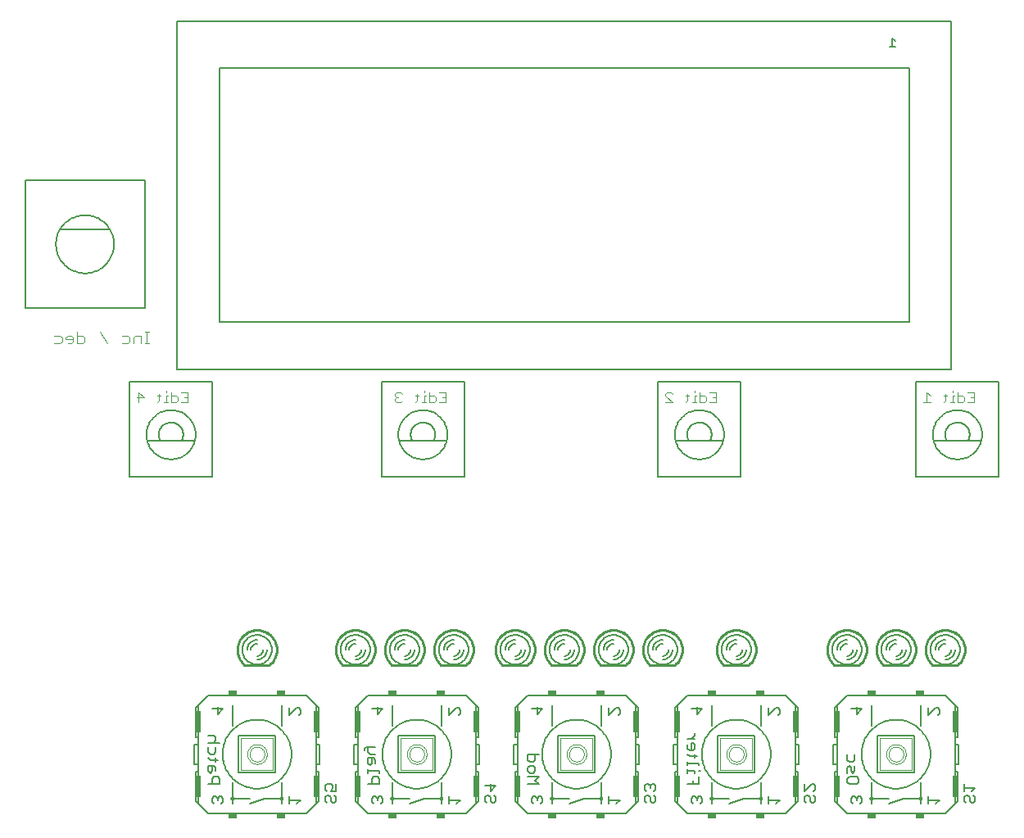
<source format=gbo>
G75*
G70*
%OFA0B0*%
%FSLAX24Y24*%
%IPPOS*%
%LPD*%
%AMOC8*
5,1,8,0,0,1.08239X$1,22.5*
%
%ADD10C,0.0040*%
%ADD11C,0.0050*%
%ADD12C,0.0080*%
%ADD13C,0.0100*%
%ADD14C,0.0060*%
%ADD15C,0.0020*%
%ADD16R,0.0350X0.0200*%
%ADD17R,0.0200X0.0850*%
D10*
X009053Y018935D02*
X009053Y019345D01*
X009259Y019140D01*
X008985Y019140D01*
X009812Y019208D02*
X009949Y019208D01*
X009881Y019276D02*
X009881Y019003D01*
X009812Y018935D01*
X010089Y018935D02*
X010225Y018935D01*
X010157Y018935D02*
X010157Y019208D01*
X010225Y019208D01*
X010366Y019208D02*
X010571Y019208D01*
X010640Y019140D01*
X010640Y019003D01*
X010571Y018935D01*
X010366Y018935D01*
X010366Y019345D01*
X010157Y019345D02*
X010157Y019413D01*
X010780Y019345D02*
X011054Y019345D01*
X011054Y018935D01*
X010780Y018935D01*
X010917Y019140D02*
X011054Y019140D01*
X009456Y021341D02*
X009303Y021341D01*
X009379Y021341D02*
X009379Y021802D01*
X009303Y021802D02*
X009456Y021802D01*
X009149Y021648D02*
X008919Y021648D01*
X008842Y021571D01*
X008842Y021341D01*
X008689Y021418D02*
X008612Y021341D01*
X008382Y021341D01*
X008382Y021648D02*
X008612Y021648D01*
X008689Y021571D01*
X008689Y021418D01*
X009149Y021341D02*
X009149Y021648D01*
X007768Y021341D02*
X007461Y021802D01*
X006848Y021571D02*
X006771Y021648D01*
X006541Y021648D01*
X006541Y021802D02*
X006541Y021341D01*
X006771Y021341D01*
X006848Y021418D01*
X006848Y021571D01*
X006387Y021571D02*
X006387Y021418D01*
X006310Y021341D01*
X006157Y021341D01*
X006080Y021495D02*
X006387Y021495D01*
X006387Y021571D02*
X006310Y021648D01*
X006157Y021648D01*
X006080Y021571D01*
X006080Y021495D01*
X005927Y021571D02*
X005927Y021418D01*
X005850Y021341D01*
X005620Y021341D01*
X005620Y021648D02*
X005850Y021648D01*
X005927Y021571D01*
X019485Y019276D02*
X019485Y019208D01*
X019553Y019140D01*
X019485Y019071D01*
X019485Y019003D01*
X019553Y018935D01*
X019690Y018935D01*
X019759Y019003D01*
X019622Y019140D02*
X019553Y019140D01*
X019485Y019276D02*
X019553Y019345D01*
X019690Y019345D01*
X019759Y019276D01*
X020312Y019208D02*
X020449Y019208D01*
X020381Y019276D02*
X020381Y019003D01*
X020312Y018935D01*
X020589Y018935D02*
X020725Y018935D01*
X020657Y018935D02*
X020657Y019208D01*
X020725Y019208D01*
X020866Y019208D02*
X021071Y019208D01*
X021140Y019140D01*
X021140Y019003D01*
X021071Y018935D01*
X020866Y018935D01*
X020866Y019345D01*
X020657Y019345D02*
X020657Y019413D01*
X021280Y019345D02*
X021554Y019345D01*
X021554Y018935D01*
X021280Y018935D01*
X021417Y019140D02*
X021554Y019140D01*
X030485Y019208D02*
X030759Y018935D01*
X030485Y018935D01*
X030485Y019208D02*
X030485Y019276D01*
X030553Y019345D01*
X030690Y019345D01*
X030759Y019276D01*
X031312Y019208D02*
X031449Y019208D01*
X031381Y019276D02*
X031381Y019003D01*
X031312Y018935D01*
X031589Y018935D02*
X031725Y018935D01*
X031657Y018935D02*
X031657Y019208D01*
X031725Y019208D01*
X031866Y019208D02*
X032071Y019208D01*
X032140Y019140D01*
X032140Y019003D01*
X032071Y018935D01*
X031866Y018935D01*
X031866Y019345D01*
X031657Y019345D02*
X031657Y019413D01*
X032280Y019345D02*
X032554Y019345D01*
X032554Y018935D01*
X032280Y018935D01*
X032417Y019140D02*
X032554Y019140D01*
X040985Y018935D02*
X041259Y018935D01*
X041122Y018935D02*
X041122Y019345D01*
X041259Y019208D01*
X041812Y019208D02*
X041949Y019208D01*
X041881Y019276D02*
X041881Y019003D01*
X041812Y018935D01*
X042089Y018935D02*
X042225Y018935D01*
X042157Y018935D02*
X042157Y019208D01*
X042225Y019208D01*
X042366Y019208D02*
X042571Y019208D01*
X042640Y019140D01*
X042640Y019003D01*
X042571Y018935D01*
X042366Y018935D01*
X042366Y019345D01*
X042157Y019345D02*
X042157Y019413D01*
X042780Y019345D02*
X043054Y019345D01*
X043054Y018935D01*
X042780Y018935D01*
X042917Y019140D02*
X043054Y019140D01*
D11*
X044055Y019764D02*
X044055Y015910D01*
X040673Y015910D01*
X040673Y019764D01*
X044055Y019764D01*
X033555Y019764D02*
X033555Y015910D01*
X030173Y015910D01*
X030173Y019764D01*
X033555Y019764D01*
X022305Y019764D02*
X022305Y015910D01*
X018923Y015910D01*
X018923Y019764D01*
X022305Y019764D01*
X012055Y019764D02*
X012055Y015910D01*
X008673Y015910D01*
X008673Y019764D01*
X012055Y019764D01*
X009305Y022766D02*
X009305Y027963D01*
X004423Y027963D01*
X004423Y022766D01*
X009305Y022766D01*
X005683Y025365D02*
X005685Y025434D01*
X005691Y025502D01*
X005701Y025570D01*
X005715Y025637D01*
X005733Y025704D01*
X005754Y025769D01*
X005780Y025833D01*
X005809Y025895D01*
X005841Y025955D01*
X005877Y026014D01*
X005917Y026070D01*
X005959Y026124D01*
X006005Y026175D01*
X006054Y026224D01*
X006105Y026270D01*
X006159Y026312D01*
X006215Y026352D01*
X006273Y026388D01*
X006334Y026420D01*
X006396Y026449D01*
X006460Y026475D01*
X006525Y026496D01*
X006592Y026514D01*
X006659Y026528D01*
X006727Y026538D01*
X006795Y026544D01*
X006864Y026546D01*
X006933Y026544D01*
X007001Y026538D01*
X007069Y026528D01*
X007136Y026514D01*
X007203Y026496D01*
X007268Y026475D01*
X007332Y026449D01*
X007394Y026420D01*
X007454Y026388D01*
X007513Y026352D01*
X007569Y026312D01*
X007623Y026270D01*
X007674Y026224D01*
X007723Y026175D01*
X007769Y026124D01*
X007811Y026070D01*
X007851Y026014D01*
X007887Y025955D01*
X007919Y025895D01*
X007948Y025833D01*
X007974Y025769D01*
X007995Y025704D01*
X008013Y025637D01*
X008027Y025570D01*
X008037Y025502D01*
X008043Y025434D01*
X008045Y025365D01*
X008043Y025296D01*
X008037Y025228D01*
X008027Y025160D01*
X008013Y025093D01*
X007995Y025026D01*
X007974Y024961D01*
X007948Y024897D01*
X007919Y024835D01*
X007887Y024774D01*
X007851Y024716D01*
X007811Y024660D01*
X007769Y024606D01*
X007723Y024555D01*
X007674Y024506D01*
X007623Y024460D01*
X007569Y024418D01*
X007513Y024378D01*
X007455Y024342D01*
X007394Y024310D01*
X007332Y024281D01*
X007268Y024255D01*
X007203Y024234D01*
X007136Y024216D01*
X007069Y024202D01*
X007001Y024192D01*
X006933Y024186D01*
X006864Y024184D01*
X006795Y024186D01*
X006727Y024192D01*
X006659Y024202D01*
X006592Y024216D01*
X006525Y024234D01*
X006460Y024255D01*
X006396Y024281D01*
X006334Y024310D01*
X006273Y024342D01*
X006215Y024378D01*
X006159Y024418D01*
X006105Y024460D01*
X006054Y024506D01*
X006005Y024555D01*
X005959Y024606D01*
X005917Y024660D01*
X005877Y024716D01*
X005841Y024774D01*
X005809Y024835D01*
X005780Y024897D01*
X005754Y024961D01*
X005733Y025026D01*
X005715Y025093D01*
X005701Y025160D01*
X005691Y025228D01*
X005685Y025296D01*
X005683Y025365D01*
X005840Y025955D02*
X007888Y025955D01*
X012264Y006540D02*
X012264Y006240D01*
X012489Y006465D01*
X012039Y006465D01*
X012114Y005378D02*
X011889Y005378D01*
X012114Y005378D02*
X012189Y005303D01*
X012189Y005153D01*
X012114Y005078D01*
X012189Y004917D02*
X012189Y004692D01*
X012114Y004617D01*
X011964Y004617D01*
X011889Y004692D01*
X011889Y004917D01*
X011889Y005078D02*
X012339Y005078D01*
X012189Y004460D02*
X012189Y004310D01*
X012264Y004385D02*
X011964Y004385D01*
X011889Y004460D01*
X011889Y004150D02*
X011889Y003925D01*
X011964Y003850D01*
X012039Y003925D01*
X012039Y004150D01*
X012114Y004150D02*
X011889Y004150D01*
X012114Y004150D02*
X012189Y004075D01*
X012189Y003925D01*
X012264Y003690D02*
X012114Y003690D01*
X012039Y003615D01*
X012039Y003390D01*
X011889Y003390D02*
X012339Y003390D01*
X012339Y003615D01*
X012264Y003690D01*
X012189Y002890D02*
X012114Y002890D01*
X012039Y002815D01*
X012039Y002665D01*
X012114Y002590D01*
X012264Y002740D02*
X012264Y002815D01*
X012189Y002890D01*
X012264Y002815D02*
X012339Y002890D01*
X012414Y002890D01*
X012489Y002815D01*
X012489Y002665D01*
X012414Y002590D01*
X015189Y002590D02*
X015189Y002890D01*
X015189Y002740D02*
X015639Y002740D01*
X015489Y002590D01*
X016639Y002715D02*
X016714Y002640D01*
X016639Y002715D02*
X016639Y002865D01*
X016714Y002940D01*
X016789Y002940D01*
X016864Y002865D01*
X016864Y002715D01*
X016939Y002640D01*
X017014Y002640D01*
X017089Y002715D01*
X017089Y002865D01*
X017014Y002940D01*
X017089Y003100D02*
X016864Y003100D01*
X016939Y003250D01*
X016939Y003325D01*
X016864Y003400D01*
X016714Y003400D01*
X016639Y003325D01*
X016639Y003175D01*
X016714Y003100D01*
X017089Y003100D02*
X017089Y003400D01*
X018389Y003390D02*
X018839Y003390D01*
X018839Y003615D01*
X018764Y003690D01*
X018614Y003690D01*
X018539Y003615D01*
X018539Y003390D01*
X018389Y003850D02*
X018389Y004000D01*
X018389Y003925D02*
X018839Y003925D01*
X018839Y003850D01*
X018689Y004232D02*
X018689Y004382D01*
X018614Y004457D01*
X018389Y004457D01*
X018389Y004232D01*
X018464Y004157D01*
X018539Y004232D01*
X018539Y004457D01*
X018464Y004617D02*
X018389Y004692D01*
X018389Y004917D01*
X018314Y004917D02*
X018239Y004842D01*
X018239Y004767D01*
X018314Y004917D02*
X018689Y004917D01*
X018689Y004617D02*
X018464Y004617D01*
X018614Y002890D02*
X018539Y002815D01*
X018539Y002665D01*
X018614Y002590D01*
X018764Y002740D02*
X018764Y002815D01*
X018689Y002890D01*
X018614Y002890D01*
X018764Y002815D02*
X018839Y002890D01*
X018914Y002890D01*
X018989Y002815D01*
X018989Y002665D01*
X018914Y002590D01*
X021689Y002590D02*
X021689Y002890D01*
X021689Y002740D02*
X022139Y002740D01*
X021989Y002590D01*
X023139Y002715D02*
X023214Y002640D01*
X023139Y002715D02*
X023139Y002865D01*
X023214Y002940D01*
X023289Y002940D01*
X023364Y002865D01*
X023364Y002715D01*
X023439Y002640D01*
X023514Y002640D01*
X023589Y002715D01*
X023589Y002865D01*
X023514Y002940D01*
X023364Y003100D02*
X023364Y003400D01*
X023139Y003325D02*
X023589Y003325D01*
X023364Y003100D01*
X024889Y003390D02*
X025339Y003390D01*
X025189Y003540D01*
X025339Y003690D01*
X024889Y003690D01*
X024964Y003850D02*
X024889Y003925D01*
X024889Y004075D01*
X024964Y004150D01*
X025114Y004150D01*
X025189Y004075D01*
X025189Y003925D01*
X025114Y003850D01*
X024964Y003850D01*
X024964Y004310D02*
X025114Y004310D01*
X025189Y004385D01*
X025189Y004611D01*
X025339Y004611D02*
X024889Y004611D01*
X024889Y004385D01*
X024964Y004310D01*
X025114Y002890D02*
X025039Y002815D01*
X025039Y002665D01*
X025114Y002590D01*
X025264Y002740D02*
X025264Y002815D01*
X025189Y002890D01*
X025114Y002890D01*
X025264Y002815D02*
X025339Y002890D01*
X025414Y002890D01*
X025489Y002815D01*
X025489Y002665D01*
X025414Y002590D01*
X028189Y002590D02*
X028189Y002890D01*
X028189Y002740D02*
X028639Y002740D01*
X028489Y002590D01*
X029639Y002715D02*
X029714Y002640D01*
X029639Y002715D02*
X029639Y002865D01*
X029714Y002940D01*
X029789Y002940D01*
X029864Y002865D01*
X029864Y002715D01*
X029939Y002640D01*
X030014Y002640D01*
X030089Y002715D01*
X030089Y002865D01*
X030014Y002940D01*
X030014Y003100D02*
X030089Y003175D01*
X030089Y003325D01*
X030014Y003400D01*
X029939Y003400D01*
X029864Y003325D01*
X029789Y003400D01*
X029714Y003400D01*
X029639Y003325D01*
X029639Y003175D01*
X029714Y003100D01*
X029864Y003250D02*
X029864Y003325D01*
X031389Y003390D02*
X031839Y003390D01*
X031839Y003690D01*
X031689Y003850D02*
X031689Y003925D01*
X031389Y003925D01*
X031389Y003850D02*
X031389Y004000D01*
X031389Y004157D02*
X031389Y004307D01*
X031389Y004232D02*
X031839Y004232D01*
X031839Y004157D01*
X031839Y003925D02*
X031915Y003925D01*
X031614Y003540D02*
X031614Y003390D01*
X031614Y002890D02*
X031539Y002815D01*
X031539Y002665D01*
X031614Y002590D01*
X031764Y002740D02*
X031764Y002815D01*
X031689Y002890D01*
X031614Y002890D01*
X031764Y002815D02*
X031839Y002890D01*
X031914Y002890D01*
X031989Y002815D01*
X031989Y002665D01*
X031914Y002590D01*
X031689Y004464D02*
X031689Y004614D01*
X031764Y004539D02*
X031464Y004539D01*
X031389Y004614D01*
X031464Y004771D02*
X031614Y004771D01*
X031689Y004846D01*
X031689Y004996D01*
X031614Y005071D01*
X031539Y005071D01*
X031539Y004771D01*
X031464Y004771D02*
X031389Y004846D01*
X031389Y004996D01*
X031389Y005231D02*
X031689Y005231D01*
X031539Y005231D02*
X031689Y005381D01*
X031689Y005456D01*
X031764Y006240D02*
X031764Y006540D01*
X031539Y006465D02*
X031989Y006465D01*
X031764Y006240D01*
X028639Y006265D02*
X028564Y006190D01*
X028639Y006265D02*
X028639Y006415D01*
X028564Y006490D01*
X028489Y006490D01*
X028189Y006190D01*
X028189Y006490D01*
X025489Y006465D02*
X025264Y006240D01*
X025264Y006540D01*
X025039Y006465D02*
X025489Y006465D01*
X022139Y006415D02*
X022139Y006265D01*
X022064Y006190D01*
X022139Y006415D02*
X022064Y006490D01*
X021989Y006490D01*
X021689Y006190D01*
X021689Y006490D01*
X018989Y006465D02*
X018764Y006240D01*
X018764Y006540D01*
X018539Y006465D02*
X018989Y006465D01*
X015639Y006415D02*
X015639Y006265D01*
X015564Y006190D01*
X015639Y006415D02*
X015564Y006490D01*
X015489Y006490D01*
X015189Y006190D01*
X015189Y006490D01*
X034689Y006490D02*
X034689Y006190D01*
X034989Y006490D01*
X035064Y006490D01*
X035139Y006415D01*
X035139Y006265D01*
X035064Y006190D01*
X038039Y006465D02*
X038489Y006465D01*
X038264Y006240D01*
X038264Y006540D01*
X038189Y004611D02*
X038189Y004385D01*
X038114Y004310D01*
X037964Y004310D01*
X037889Y004385D01*
X037889Y004611D01*
X037964Y004150D02*
X038039Y004075D01*
X038039Y003925D01*
X038114Y003850D01*
X038189Y003925D01*
X038189Y004150D01*
X037964Y004150D02*
X037889Y004075D01*
X037889Y003850D01*
X037964Y003690D02*
X038264Y003690D01*
X038339Y003615D01*
X038339Y003465D01*
X038264Y003390D01*
X037964Y003390D01*
X037889Y003465D01*
X037889Y003615D01*
X037964Y003690D01*
X038114Y002890D02*
X038039Y002815D01*
X038039Y002665D01*
X038114Y002590D01*
X038264Y002740D02*
X038264Y002815D01*
X038189Y002890D01*
X038114Y002890D01*
X038264Y002815D02*
X038339Y002890D01*
X038414Y002890D01*
X038489Y002815D01*
X038489Y002665D01*
X038414Y002590D01*
X036589Y002715D02*
X036514Y002640D01*
X036439Y002640D01*
X036364Y002715D01*
X036364Y002865D01*
X036289Y002940D01*
X036214Y002940D01*
X036139Y002865D01*
X036139Y002715D01*
X036214Y002640D01*
X036589Y002715D02*
X036589Y002865D01*
X036514Y002940D01*
X036514Y003100D02*
X036589Y003175D01*
X036589Y003325D01*
X036514Y003400D01*
X036439Y003400D01*
X036139Y003100D01*
X036139Y003400D01*
X035139Y002740D02*
X034689Y002740D01*
X034689Y002590D02*
X034689Y002890D01*
X034989Y002590D02*
X035139Y002740D01*
X041189Y002740D02*
X041639Y002740D01*
X041489Y002590D01*
X041189Y002590D02*
X041189Y002890D01*
X042639Y002865D02*
X042639Y002715D01*
X042714Y002640D01*
X042864Y002715D02*
X042864Y002865D01*
X042789Y002940D01*
X042714Y002940D01*
X042639Y002865D01*
X042639Y003100D02*
X042639Y003400D01*
X042639Y003250D02*
X043089Y003250D01*
X042939Y003100D01*
X043014Y002940D02*
X043089Y002865D01*
X043089Y002715D01*
X043014Y002640D01*
X042939Y002640D01*
X042864Y002715D01*
X041564Y006190D02*
X041639Y006265D01*
X041639Y006415D01*
X041564Y006490D01*
X041489Y006490D01*
X041189Y006190D01*
X041189Y006490D01*
D12*
X041400Y017369D02*
X043319Y017369D01*
X042797Y017369D02*
X041931Y017369D01*
X041911Y017408D01*
X041895Y017448D01*
X041882Y017489D01*
X041873Y017531D01*
X041868Y017574D01*
X041866Y017618D01*
X041868Y017661D01*
X041874Y017704D01*
X041884Y017746D01*
X041897Y017787D01*
X041913Y017827D01*
X041934Y017865D01*
X041957Y017902D01*
X041983Y017936D01*
X042013Y017968D01*
X042045Y017997D01*
X042079Y018024D01*
X042116Y018047D01*
X042154Y018067D01*
X042194Y018083D01*
X042236Y018096D01*
X042278Y018105D01*
X042321Y018111D01*
X042364Y018113D01*
X042407Y018111D01*
X042450Y018105D01*
X042492Y018096D01*
X042534Y018083D01*
X042574Y018067D01*
X042612Y018047D01*
X042649Y018024D01*
X042683Y017997D01*
X042715Y017968D01*
X042745Y017936D01*
X042771Y017902D01*
X042794Y017865D01*
X042815Y017827D01*
X042831Y017787D01*
X042844Y017746D01*
X042854Y017704D01*
X042860Y017661D01*
X042862Y017618D01*
X042860Y017574D01*
X042855Y017531D01*
X042846Y017489D01*
X042833Y017448D01*
X042817Y017408D01*
X042797Y017369D01*
X041364Y017615D02*
X041366Y017678D01*
X041372Y017740D01*
X041382Y017802D01*
X041395Y017864D01*
X041413Y017924D01*
X041434Y017983D01*
X041459Y018041D01*
X041488Y018097D01*
X041520Y018151D01*
X041555Y018203D01*
X041593Y018252D01*
X041635Y018300D01*
X041679Y018344D01*
X041727Y018386D01*
X041776Y018424D01*
X041828Y018459D01*
X041882Y018491D01*
X041938Y018520D01*
X041996Y018545D01*
X042055Y018566D01*
X042115Y018584D01*
X042177Y018597D01*
X042239Y018607D01*
X042301Y018613D01*
X042364Y018615D01*
X042427Y018613D01*
X042489Y018607D01*
X042551Y018597D01*
X042613Y018584D01*
X042673Y018566D01*
X042732Y018545D01*
X042790Y018520D01*
X042846Y018491D01*
X042900Y018459D01*
X042952Y018424D01*
X043001Y018386D01*
X043049Y018344D01*
X043093Y018300D01*
X043135Y018252D01*
X043173Y018203D01*
X043208Y018151D01*
X043240Y018097D01*
X043269Y018041D01*
X043294Y017983D01*
X043315Y017924D01*
X043333Y017864D01*
X043346Y017802D01*
X043356Y017740D01*
X043362Y017678D01*
X043364Y017615D01*
X043362Y017552D01*
X043356Y017490D01*
X043346Y017428D01*
X043333Y017366D01*
X043315Y017306D01*
X043294Y017247D01*
X043269Y017189D01*
X043240Y017133D01*
X043208Y017079D01*
X043173Y017027D01*
X043135Y016978D01*
X043093Y016930D01*
X043049Y016886D01*
X043001Y016844D01*
X042952Y016806D01*
X042900Y016771D01*
X042846Y016739D01*
X042790Y016710D01*
X042732Y016685D01*
X042673Y016664D01*
X042613Y016646D01*
X042551Y016633D01*
X042489Y016623D01*
X042427Y016617D01*
X042364Y016615D01*
X042301Y016617D01*
X042239Y016623D01*
X042177Y016633D01*
X042115Y016646D01*
X042055Y016664D01*
X041996Y016685D01*
X041938Y016710D01*
X041882Y016739D01*
X041828Y016771D01*
X041776Y016806D01*
X041727Y016844D01*
X041679Y016886D01*
X041635Y016930D01*
X041593Y016978D01*
X041555Y017027D01*
X041520Y017079D01*
X041488Y017133D01*
X041459Y017189D01*
X041434Y017247D01*
X041413Y017306D01*
X041395Y017366D01*
X041382Y017428D01*
X041372Y017490D01*
X041366Y017552D01*
X041364Y017615D01*
X042112Y020278D02*
X042112Y034451D01*
X010616Y034451D01*
X010616Y020278D01*
X042112Y020278D01*
X040400Y022187D02*
X040400Y032542D01*
X012329Y032542D01*
X012329Y022187D01*
X040400Y022187D01*
X032819Y017369D02*
X030900Y017369D01*
X031431Y017369D02*
X032297Y017369D01*
X032317Y017408D01*
X032333Y017448D01*
X032346Y017489D01*
X032355Y017531D01*
X032360Y017574D01*
X032362Y017618D01*
X032360Y017661D01*
X032354Y017704D01*
X032344Y017746D01*
X032331Y017787D01*
X032315Y017827D01*
X032294Y017865D01*
X032271Y017902D01*
X032245Y017936D01*
X032215Y017968D01*
X032183Y017997D01*
X032149Y018024D01*
X032112Y018047D01*
X032074Y018067D01*
X032034Y018083D01*
X031992Y018096D01*
X031950Y018105D01*
X031907Y018111D01*
X031864Y018113D01*
X031821Y018111D01*
X031778Y018105D01*
X031736Y018096D01*
X031694Y018083D01*
X031654Y018067D01*
X031616Y018047D01*
X031579Y018024D01*
X031545Y017997D01*
X031513Y017968D01*
X031483Y017936D01*
X031457Y017902D01*
X031434Y017865D01*
X031413Y017827D01*
X031397Y017787D01*
X031384Y017746D01*
X031374Y017704D01*
X031368Y017661D01*
X031366Y017618D01*
X031368Y017574D01*
X031373Y017531D01*
X031382Y017489D01*
X031395Y017448D01*
X031411Y017408D01*
X031431Y017369D01*
X030864Y017615D02*
X030866Y017678D01*
X030872Y017740D01*
X030882Y017802D01*
X030895Y017864D01*
X030913Y017924D01*
X030934Y017983D01*
X030959Y018041D01*
X030988Y018097D01*
X031020Y018151D01*
X031055Y018203D01*
X031093Y018252D01*
X031135Y018300D01*
X031179Y018344D01*
X031227Y018386D01*
X031276Y018424D01*
X031328Y018459D01*
X031382Y018491D01*
X031438Y018520D01*
X031496Y018545D01*
X031555Y018566D01*
X031615Y018584D01*
X031677Y018597D01*
X031739Y018607D01*
X031801Y018613D01*
X031864Y018615D01*
X031927Y018613D01*
X031989Y018607D01*
X032051Y018597D01*
X032113Y018584D01*
X032173Y018566D01*
X032232Y018545D01*
X032290Y018520D01*
X032346Y018491D01*
X032400Y018459D01*
X032452Y018424D01*
X032501Y018386D01*
X032549Y018344D01*
X032593Y018300D01*
X032635Y018252D01*
X032673Y018203D01*
X032708Y018151D01*
X032740Y018097D01*
X032769Y018041D01*
X032794Y017983D01*
X032815Y017924D01*
X032833Y017864D01*
X032846Y017802D01*
X032856Y017740D01*
X032862Y017678D01*
X032864Y017615D01*
X032862Y017552D01*
X032856Y017490D01*
X032846Y017428D01*
X032833Y017366D01*
X032815Y017306D01*
X032794Y017247D01*
X032769Y017189D01*
X032740Y017133D01*
X032708Y017079D01*
X032673Y017027D01*
X032635Y016978D01*
X032593Y016930D01*
X032549Y016886D01*
X032501Y016844D01*
X032452Y016806D01*
X032400Y016771D01*
X032346Y016739D01*
X032290Y016710D01*
X032232Y016685D01*
X032173Y016664D01*
X032113Y016646D01*
X032051Y016633D01*
X031989Y016623D01*
X031927Y016617D01*
X031864Y016615D01*
X031801Y016617D01*
X031739Y016623D01*
X031677Y016633D01*
X031615Y016646D01*
X031555Y016664D01*
X031496Y016685D01*
X031438Y016710D01*
X031382Y016739D01*
X031328Y016771D01*
X031276Y016806D01*
X031227Y016844D01*
X031179Y016886D01*
X031135Y016930D01*
X031093Y016978D01*
X031055Y017027D01*
X031020Y017079D01*
X030988Y017133D01*
X030959Y017189D01*
X030934Y017247D01*
X030913Y017306D01*
X030895Y017366D01*
X030882Y017428D01*
X030872Y017490D01*
X030866Y017552D01*
X030864Y017615D01*
X021569Y017369D02*
X019650Y017369D01*
X020181Y017369D02*
X021047Y017369D01*
X021067Y017408D01*
X021083Y017448D01*
X021096Y017489D01*
X021105Y017531D01*
X021110Y017574D01*
X021112Y017618D01*
X021110Y017661D01*
X021104Y017704D01*
X021094Y017746D01*
X021081Y017787D01*
X021065Y017827D01*
X021044Y017865D01*
X021021Y017902D01*
X020995Y017936D01*
X020965Y017968D01*
X020933Y017997D01*
X020899Y018024D01*
X020862Y018047D01*
X020824Y018067D01*
X020784Y018083D01*
X020742Y018096D01*
X020700Y018105D01*
X020657Y018111D01*
X020614Y018113D01*
X020571Y018111D01*
X020528Y018105D01*
X020486Y018096D01*
X020444Y018083D01*
X020404Y018067D01*
X020366Y018047D01*
X020329Y018024D01*
X020295Y017997D01*
X020263Y017968D01*
X020233Y017936D01*
X020207Y017902D01*
X020184Y017865D01*
X020163Y017827D01*
X020147Y017787D01*
X020134Y017746D01*
X020124Y017704D01*
X020118Y017661D01*
X020116Y017618D01*
X020118Y017574D01*
X020123Y017531D01*
X020132Y017489D01*
X020145Y017448D01*
X020161Y017408D01*
X020181Y017369D01*
X019614Y017615D02*
X019616Y017678D01*
X019622Y017740D01*
X019632Y017802D01*
X019645Y017864D01*
X019663Y017924D01*
X019684Y017983D01*
X019709Y018041D01*
X019738Y018097D01*
X019770Y018151D01*
X019805Y018203D01*
X019843Y018252D01*
X019885Y018300D01*
X019929Y018344D01*
X019977Y018386D01*
X020026Y018424D01*
X020078Y018459D01*
X020132Y018491D01*
X020188Y018520D01*
X020246Y018545D01*
X020305Y018566D01*
X020365Y018584D01*
X020427Y018597D01*
X020489Y018607D01*
X020551Y018613D01*
X020614Y018615D01*
X020677Y018613D01*
X020739Y018607D01*
X020801Y018597D01*
X020863Y018584D01*
X020923Y018566D01*
X020982Y018545D01*
X021040Y018520D01*
X021096Y018491D01*
X021150Y018459D01*
X021202Y018424D01*
X021251Y018386D01*
X021299Y018344D01*
X021343Y018300D01*
X021385Y018252D01*
X021423Y018203D01*
X021458Y018151D01*
X021490Y018097D01*
X021519Y018041D01*
X021544Y017983D01*
X021565Y017924D01*
X021583Y017864D01*
X021596Y017802D01*
X021606Y017740D01*
X021612Y017678D01*
X021614Y017615D01*
X021612Y017552D01*
X021606Y017490D01*
X021596Y017428D01*
X021583Y017366D01*
X021565Y017306D01*
X021544Y017247D01*
X021519Y017189D01*
X021490Y017133D01*
X021458Y017079D01*
X021423Y017027D01*
X021385Y016978D01*
X021343Y016930D01*
X021299Y016886D01*
X021251Y016844D01*
X021202Y016806D01*
X021150Y016771D01*
X021096Y016739D01*
X021040Y016710D01*
X020982Y016685D01*
X020923Y016664D01*
X020863Y016646D01*
X020801Y016633D01*
X020739Y016623D01*
X020677Y016617D01*
X020614Y016615D01*
X020551Y016617D01*
X020489Y016623D01*
X020427Y016633D01*
X020365Y016646D01*
X020305Y016664D01*
X020246Y016685D01*
X020188Y016710D01*
X020132Y016739D01*
X020078Y016771D01*
X020026Y016806D01*
X019977Y016844D01*
X019929Y016886D01*
X019885Y016930D01*
X019843Y016978D01*
X019805Y017027D01*
X019770Y017079D01*
X019738Y017133D01*
X019709Y017189D01*
X019684Y017247D01*
X019663Y017306D01*
X019645Y017366D01*
X019632Y017428D01*
X019622Y017490D01*
X019616Y017552D01*
X019614Y017615D01*
X011319Y017369D02*
X009400Y017369D01*
X009931Y017369D02*
X010797Y017369D01*
X010817Y017408D01*
X010833Y017448D01*
X010846Y017489D01*
X010855Y017531D01*
X010860Y017574D01*
X010862Y017618D01*
X010860Y017661D01*
X010854Y017704D01*
X010844Y017746D01*
X010831Y017787D01*
X010815Y017827D01*
X010794Y017865D01*
X010771Y017902D01*
X010745Y017936D01*
X010715Y017968D01*
X010683Y017997D01*
X010649Y018024D01*
X010612Y018047D01*
X010574Y018067D01*
X010534Y018083D01*
X010492Y018096D01*
X010450Y018105D01*
X010407Y018111D01*
X010364Y018113D01*
X010321Y018111D01*
X010278Y018105D01*
X010236Y018096D01*
X010194Y018083D01*
X010154Y018067D01*
X010116Y018047D01*
X010079Y018024D01*
X010045Y017997D01*
X010013Y017968D01*
X009983Y017936D01*
X009957Y017902D01*
X009934Y017865D01*
X009913Y017827D01*
X009897Y017787D01*
X009884Y017746D01*
X009874Y017704D01*
X009868Y017661D01*
X009866Y017618D01*
X009868Y017574D01*
X009873Y017531D01*
X009882Y017489D01*
X009895Y017448D01*
X009911Y017408D01*
X009931Y017369D01*
X009364Y017615D02*
X009366Y017678D01*
X009372Y017740D01*
X009382Y017802D01*
X009395Y017864D01*
X009413Y017924D01*
X009434Y017983D01*
X009459Y018041D01*
X009488Y018097D01*
X009520Y018151D01*
X009555Y018203D01*
X009593Y018252D01*
X009635Y018300D01*
X009679Y018344D01*
X009727Y018386D01*
X009776Y018424D01*
X009828Y018459D01*
X009882Y018491D01*
X009938Y018520D01*
X009996Y018545D01*
X010055Y018566D01*
X010115Y018584D01*
X010177Y018597D01*
X010239Y018607D01*
X010301Y018613D01*
X010364Y018615D01*
X010427Y018613D01*
X010489Y018607D01*
X010551Y018597D01*
X010613Y018584D01*
X010673Y018566D01*
X010732Y018545D01*
X010790Y018520D01*
X010846Y018491D01*
X010900Y018459D01*
X010952Y018424D01*
X011001Y018386D01*
X011049Y018344D01*
X011093Y018300D01*
X011135Y018252D01*
X011173Y018203D01*
X011208Y018151D01*
X011240Y018097D01*
X011269Y018041D01*
X011294Y017983D01*
X011315Y017924D01*
X011333Y017864D01*
X011346Y017802D01*
X011356Y017740D01*
X011362Y017678D01*
X011364Y017615D01*
X011362Y017552D01*
X011356Y017490D01*
X011346Y017428D01*
X011333Y017366D01*
X011315Y017306D01*
X011294Y017247D01*
X011269Y017189D01*
X011240Y017133D01*
X011208Y017079D01*
X011173Y017027D01*
X011135Y016978D01*
X011093Y016930D01*
X011049Y016886D01*
X011001Y016844D01*
X010952Y016806D01*
X010900Y016771D01*
X010846Y016739D01*
X010790Y016710D01*
X010732Y016685D01*
X010673Y016664D01*
X010613Y016646D01*
X010551Y016633D01*
X010489Y016623D01*
X010427Y016617D01*
X010364Y016615D01*
X010301Y016617D01*
X010239Y016623D01*
X010177Y016633D01*
X010115Y016646D01*
X010055Y016664D01*
X009996Y016685D01*
X009938Y016710D01*
X009882Y016739D01*
X009828Y016771D01*
X009776Y016806D01*
X009727Y016844D01*
X009679Y016886D01*
X009635Y016930D01*
X009593Y016978D01*
X009555Y017027D01*
X009520Y017079D01*
X009488Y017133D01*
X009459Y017189D01*
X009434Y017247D01*
X009413Y017306D01*
X009395Y017366D01*
X009382Y017428D01*
X009372Y017490D01*
X009366Y017552D01*
X009364Y017615D01*
D13*
X014261Y009560D02*
X014309Y009530D01*
X014354Y009497D01*
X014397Y009461D01*
X014438Y009423D01*
X014475Y009381D01*
X014510Y009337D01*
X014541Y009291D01*
X014570Y009242D01*
X014594Y009192D01*
X014615Y009140D01*
X014633Y009086D01*
X014646Y009032D01*
X014656Y008977D01*
X014662Y008921D01*
X014664Y008865D01*
X014364Y008245D02*
X013364Y008245D01*
X013064Y008865D02*
X013066Y008919D01*
X013071Y008973D01*
X013080Y009026D01*
X013093Y009079D01*
X013109Y009130D01*
X013129Y009180D01*
X013152Y009229D01*
X013178Y009277D01*
X013207Y009322D01*
X013240Y009365D01*
X013275Y009406D01*
X013313Y009445D01*
X013353Y009481D01*
X013396Y009514D01*
X013441Y009544D01*
X013488Y009571D01*
X013485Y009569D02*
X013535Y009594D01*
X013588Y009616D01*
X013641Y009633D01*
X013696Y009647D01*
X013751Y009657D01*
X013808Y009663D01*
X013864Y009665D01*
X013919Y009663D01*
X013974Y009657D01*
X014028Y009648D01*
X014082Y009635D01*
X014134Y009618D01*
X014186Y009598D01*
X014235Y009574D01*
X014283Y009546D01*
X014664Y008865D02*
X014662Y008812D01*
X014657Y008758D01*
X014648Y008706D01*
X014636Y008654D01*
X014620Y008603D01*
X014601Y008553D01*
X014578Y008504D01*
X014552Y008457D01*
X014524Y008412D01*
X014492Y008369D01*
X014458Y008329D01*
X014420Y008290D01*
X014381Y008254D01*
X013352Y008250D02*
X013312Y008286D01*
X013274Y008325D01*
X013239Y008366D01*
X013207Y008409D01*
X013177Y008454D01*
X013151Y008501D01*
X013129Y008550D01*
X013109Y008601D01*
X013093Y008652D01*
X013080Y008704D01*
X013071Y008758D01*
X013066Y008811D01*
X013064Y008865D01*
X017364Y008245D02*
X018364Y008245D01*
X018283Y009546D02*
X018235Y009574D01*
X018186Y009598D01*
X018134Y009618D01*
X018082Y009635D01*
X018028Y009648D01*
X017974Y009657D01*
X017919Y009663D01*
X017864Y009665D01*
X018261Y009560D02*
X018309Y009530D01*
X018354Y009497D01*
X018397Y009461D01*
X018438Y009423D01*
X018475Y009381D01*
X018510Y009337D01*
X018541Y009291D01*
X018570Y009242D01*
X018594Y009192D01*
X018615Y009140D01*
X018633Y009086D01*
X018646Y009032D01*
X018656Y008977D01*
X018662Y008921D01*
X018664Y008865D01*
X017864Y009665D02*
X017808Y009663D01*
X017751Y009657D01*
X017696Y009647D01*
X017641Y009633D01*
X017588Y009616D01*
X017535Y009594D01*
X017485Y009569D01*
X018664Y008865D02*
X018662Y008812D01*
X018657Y008758D01*
X018648Y008706D01*
X018636Y008654D01*
X018620Y008603D01*
X018601Y008553D01*
X018578Y008504D01*
X018552Y008457D01*
X018524Y008412D01*
X018492Y008369D01*
X018458Y008329D01*
X018420Y008290D01*
X018381Y008254D01*
X017064Y008865D02*
X017066Y008919D01*
X017071Y008973D01*
X017080Y009026D01*
X017093Y009079D01*
X017109Y009130D01*
X017129Y009180D01*
X017152Y009229D01*
X017178Y009277D01*
X017207Y009322D01*
X017240Y009365D01*
X017275Y009406D01*
X017313Y009445D01*
X017353Y009481D01*
X017396Y009514D01*
X017441Y009544D01*
X017488Y009571D01*
X017064Y008865D02*
X017066Y008811D01*
X017071Y008758D01*
X017080Y008704D01*
X017093Y008652D01*
X017109Y008601D01*
X017129Y008550D01*
X017151Y008501D01*
X017177Y008454D01*
X017207Y008409D01*
X017239Y008366D01*
X017274Y008325D01*
X017312Y008286D01*
X017352Y008250D01*
X019364Y008245D02*
X020364Y008245D01*
X020283Y009546D02*
X020235Y009574D01*
X020186Y009598D01*
X020134Y009618D01*
X020082Y009635D01*
X020028Y009648D01*
X019974Y009657D01*
X019919Y009663D01*
X019864Y009665D01*
X020261Y009560D02*
X020309Y009530D01*
X020354Y009497D01*
X020397Y009461D01*
X020438Y009423D01*
X020475Y009381D01*
X020510Y009337D01*
X020541Y009291D01*
X020570Y009242D01*
X020594Y009192D01*
X020615Y009140D01*
X020633Y009086D01*
X020646Y009032D01*
X020656Y008977D01*
X020662Y008921D01*
X020664Y008865D01*
X021364Y008245D02*
X022364Y008245D01*
X022283Y009546D02*
X022235Y009574D01*
X022186Y009598D01*
X022134Y009618D01*
X022082Y009635D01*
X022028Y009648D01*
X021974Y009657D01*
X021919Y009663D01*
X021864Y009665D01*
X022261Y009560D02*
X022309Y009530D01*
X022354Y009497D01*
X022397Y009461D01*
X022438Y009423D01*
X022475Y009381D01*
X022510Y009337D01*
X022541Y009291D01*
X022570Y009242D01*
X022594Y009192D01*
X022615Y009140D01*
X022633Y009086D01*
X022646Y009032D01*
X022656Y008977D01*
X022662Y008921D01*
X022664Y008865D01*
X021864Y009665D02*
X021808Y009663D01*
X021751Y009657D01*
X021696Y009647D01*
X021641Y009633D01*
X021588Y009616D01*
X021535Y009594D01*
X021485Y009569D01*
X022664Y008865D02*
X022662Y008812D01*
X022657Y008758D01*
X022648Y008706D01*
X022636Y008654D01*
X022620Y008603D01*
X022601Y008553D01*
X022578Y008504D01*
X022552Y008457D01*
X022524Y008412D01*
X022492Y008369D01*
X022458Y008329D01*
X022420Y008290D01*
X022381Y008254D01*
X021064Y008865D02*
X021066Y008919D01*
X021071Y008973D01*
X021080Y009026D01*
X021093Y009079D01*
X021109Y009130D01*
X021129Y009180D01*
X021152Y009229D01*
X021178Y009277D01*
X021207Y009322D01*
X021240Y009365D01*
X021275Y009406D01*
X021313Y009445D01*
X021353Y009481D01*
X021396Y009514D01*
X021441Y009544D01*
X021488Y009571D01*
X021064Y008865D02*
X021066Y008811D01*
X021071Y008758D01*
X021080Y008704D01*
X021093Y008652D01*
X021109Y008601D01*
X021129Y008550D01*
X021151Y008501D01*
X021177Y008454D01*
X021207Y008409D01*
X021239Y008366D01*
X021274Y008325D01*
X021312Y008286D01*
X021352Y008250D01*
X019864Y009665D02*
X019808Y009663D01*
X019751Y009657D01*
X019696Y009647D01*
X019641Y009633D01*
X019588Y009616D01*
X019535Y009594D01*
X019485Y009569D01*
X020664Y008865D02*
X020662Y008812D01*
X020657Y008758D01*
X020648Y008706D01*
X020636Y008654D01*
X020620Y008603D01*
X020601Y008553D01*
X020578Y008504D01*
X020552Y008457D01*
X020524Y008412D01*
X020492Y008369D01*
X020458Y008329D01*
X020420Y008290D01*
X020381Y008254D01*
X019064Y008865D02*
X019066Y008919D01*
X019071Y008973D01*
X019080Y009026D01*
X019093Y009079D01*
X019109Y009130D01*
X019129Y009180D01*
X019152Y009229D01*
X019178Y009277D01*
X019207Y009322D01*
X019240Y009365D01*
X019275Y009406D01*
X019313Y009445D01*
X019353Y009481D01*
X019396Y009514D01*
X019441Y009544D01*
X019488Y009571D01*
X019064Y008865D02*
X019066Y008811D01*
X019071Y008758D01*
X019080Y008704D01*
X019093Y008652D01*
X019109Y008601D01*
X019129Y008550D01*
X019151Y008501D01*
X019177Y008454D01*
X019207Y008409D01*
X019239Y008366D01*
X019274Y008325D01*
X019312Y008286D01*
X019352Y008250D01*
X023864Y008245D02*
X024864Y008245D01*
X024783Y009546D02*
X024735Y009574D01*
X024686Y009598D01*
X024634Y009618D01*
X024582Y009635D01*
X024528Y009648D01*
X024474Y009657D01*
X024419Y009663D01*
X024364Y009665D01*
X024761Y009560D02*
X024809Y009530D01*
X024854Y009497D01*
X024897Y009461D01*
X024938Y009423D01*
X024975Y009381D01*
X025010Y009337D01*
X025041Y009291D01*
X025070Y009242D01*
X025094Y009192D01*
X025115Y009140D01*
X025133Y009086D01*
X025146Y009032D01*
X025156Y008977D01*
X025162Y008921D01*
X025164Y008865D01*
X024364Y009665D02*
X024308Y009663D01*
X024251Y009657D01*
X024196Y009647D01*
X024141Y009633D01*
X024088Y009616D01*
X024035Y009594D01*
X023985Y009569D01*
X025164Y008865D02*
X025162Y008812D01*
X025157Y008758D01*
X025148Y008706D01*
X025136Y008654D01*
X025120Y008603D01*
X025101Y008553D01*
X025078Y008504D01*
X025052Y008457D01*
X025024Y008412D01*
X024992Y008369D01*
X024958Y008329D01*
X024920Y008290D01*
X024881Y008254D01*
X023564Y008865D02*
X023566Y008919D01*
X023571Y008973D01*
X023580Y009026D01*
X023593Y009079D01*
X023609Y009130D01*
X023629Y009180D01*
X023652Y009229D01*
X023678Y009277D01*
X023707Y009322D01*
X023740Y009365D01*
X023775Y009406D01*
X023813Y009445D01*
X023853Y009481D01*
X023896Y009514D01*
X023941Y009544D01*
X023988Y009571D01*
X023564Y008865D02*
X023566Y008811D01*
X023571Y008758D01*
X023580Y008704D01*
X023593Y008652D01*
X023609Y008601D01*
X023629Y008550D01*
X023651Y008501D01*
X023677Y008454D01*
X023707Y008409D01*
X023739Y008366D01*
X023774Y008325D01*
X023812Y008286D01*
X023852Y008250D01*
X025864Y008245D02*
X026864Y008245D01*
X026783Y009546D02*
X026735Y009574D01*
X026686Y009598D01*
X026634Y009618D01*
X026582Y009635D01*
X026528Y009648D01*
X026474Y009657D01*
X026419Y009663D01*
X026364Y009665D01*
X026761Y009560D02*
X026809Y009530D01*
X026854Y009497D01*
X026897Y009461D01*
X026938Y009423D01*
X026975Y009381D01*
X027010Y009337D01*
X027041Y009291D01*
X027070Y009242D01*
X027094Y009192D01*
X027115Y009140D01*
X027133Y009086D01*
X027146Y009032D01*
X027156Y008977D01*
X027162Y008921D01*
X027164Y008865D01*
X027864Y008245D02*
X028864Y008245D01*
X028783Y009546D02*
X028735Y009574D01*
X028686Y009598D01*
X028634Y009618D01*
X028582Y009635D01*
X028528Y009648D01*
X028474Y009657D01*
X028419Y009663D01*
X028364Y009665D01*
X028761Y009560D02*
X028809Y009530D01*
X028854Y009497D01*
X028897Y009461D01*
X028938Y009423D01*
X028975Y009381D01*
X029010Y009337D01*
X029041Y009291D01*
X029070Y009242D01*
X029094Y009192D01*
X029115Y009140D01*
X029133Y009086D01*
X029146Y009032D01*
X029156Y008977D01*
X029162Y008921D01*
X029164Y008865D01*
X029864Y008245D02*
X030864Y008245D01*
X030783Y009546D02*
X030735Y009574D01*
X030686Y009598D01*
X030634Y009618D01*
X030582Y009635D01*
X030528Y009648D01*
X030474Y009657D01*
X030419Y009663D01*
X030364Y009665D01*
X030761Y009560D02*
X030809Y009530D01*
X030854Y009497D01*
X030897Y009461D01*
X030938Y009423D01*
X030975Y009381D01*
X031010Y009337D01*
X031041Y009291D01*
X031070Y009242D01*
X031094Y009192D01*
X031115Y009140D01*
X031133Y009086D01*
X031146Y009032D01*
X031156Y008977D01*
X031162Y008921D01*
X031164Y008865D01*
X030364Y009665D02*
X030308Y009663D01*
X030251Y009657D01*
X030196Y009647D01*
X030141Y009633D01*
X030088Y009616D01*
X030035Y009594D01*
X029985Y009569D01*
X031164Y008865D02*
X031162Y008812D01*
X031157Y008758D01*
X031148Y008706D01*
X031136Y008654D01*
X031120Y008603D01*
X031101Y008553D01*
X031078Y008504D01*
X031052Y008457D01*
X031024Y008412D01*
X030992Y008369D01*
X030958Y008329D01*
X030920Y008290D01*
X030881Y008254D01*
X029564Y008865D02*
X029566Y008919D01*
X029571Y008973D01*
X029580Y009026D01*
X029593Y009079D01*
X029609Y009130D01*
X029629Y009180D01*
X029652Y009229D01*
X029678Y009277D01*
X029707Y009322D01*
X029740Y009365D01*
X029775Y009406D01*
X029813Y009445D01*
X029853Y009481D01*
X029896Y009514D01*
X029941Y009544D01*
X029988Y009571D01*
X029564Y008865D02*
X029566Y008811D01*
X029571Y008758D01*
X029580Y008704D01*
X029593Y008652D01*
X029609Y008601D01*
X029629Y008550D01*
X029651Y008501D01*
X029677Y008454D01*
X029707Y008409D01*
X029739Y008366D01*
X029774Y008325D01*
X029812Y008286D01*
X029852Y008250D01*
X028364Y009665D02*
X028308Y009663D01*
X028251Y009657D01*
X028196Y009647D01*
X028141Y009633D01*
X028088Y009616D01*
X028035Y009594D01*
X027985Y009569D01*
X029164Y008865D02*
X029162Y008812D01*
X029157Y008758D01*
X029148Y008706D01*
X029136Y008654D01*
X029120Y008603D01*
X029101Y008553D01*
X029078Y008504D01*
X029052Y008457D01*
X029024Y008412D01*
X028992Y008369D01*
X028958Y008329D01*
X028920Y008290D01*
X028881Y008254D01*
X027564Y008865D02*
X027566Y008919D01*
X027571Y008973D01*
X027580Y009026D01*
X027593Y009079D01*
X027609Y009130D01*
X027629Y009180D01*
X027652Y009229D01*
X027678Y009277D01*
X027707Y009322D01*
X027740Y009365D01*
X027775Y009406D01*
X027813Y009445D01*
X027853Y009481D01*
X027896Y009514D01*
X027941Y009544D01*
X027988Y009571D01*
X027564Y008865D02*
X027566Y008811D01*
X027571Y008758D01*
X027580Y008704D01*
X027593Y008652D01*
X027609Y008601D01*
X027629Y008550D01*
X027651Y008501D01*
X027677Y008454D01*
X027707Y008409D01*
X027739Y008366D01*
X027774Y008325D01*
X027812Y008286D01*
X027852Y008250D01*
X026364Y009665D02*
X026308Y009663D01*
X026251Y009657D01*
X026196Y009647D01*
X026141Y009633D01*
X026088Y009616D01*
X026035Y009594D01*
X025985Y009569D01*
X027164Y008865D02*
X027162Y008812D01*
X027157Y008758D01*
X027148Y008706D01*
X027136Y008654D01*
X027120Y008603D01*
X027101Y008553D01*
X027078Y008504D01*
X027052Y008457D01*
X027024Y008412D01*
X026992Y008369D01*
X026958Y008329D01*
X026920Y008290D01*
X026881Y008254D01*
X025564Y008865D02*
X025566Y008919D01*
X025571Y008973D01*
X025580Y009026D01*
X025593Y009079D01*
X025609Y009130D01*
X025629Y009180D01*
X025652Y009229D01*
X025678Y009277D01*
X025707Y009322D01*
X025740Y009365D01*
X025775Y009406D01*
X025813Y009445D01*
X025853Y009481D01*
X025896Y009514D01*
X025941Y009544D01*
X025988Y009571D01*
X025564Y008865D02*
X025566Y008811D01*
X025571Y008758D01*
X025580Y008704D01*
X025593Y008652D01*
X025609Y008601D01*
X025629Y008550D01*
X025651Y008501D01*
X025677Y008454D01*
X025707Y008409D01*
X025739Y008366D01*
X025774Y008325D01*
X025812Y008286D01*
X025852Y008250D01*
X032864Y008245D02*
X033864Y008245D01*
X033783Y009546D02*
X033735Y009574D01*
X033686Y009598D01*
X033634Y009618D01*
X033582Y009635D01*
X033528Y009648D01*
X033474Y009657D01*
X033419Y009663D01*
X033364Y009665D01*
X033761Y009560D02*
X033809Y009530D01*
X033854Y009497D01*
X033897Y009461D01*
X033938Y009423D01*
X033975Y009381D01*
X034010Y009337D01*
X034041Y009291D01*
X034070Y009242D01*
X034094Y009192D01*
X034115Y009140D01*
X034133Y009086D01*
X034146Y009032D01*
X034156Y008977D01*
X034162Y008921D01*
X034164Y008865D01*
X033364Y009665D02*
X033308Y009663D01*
X033251Y009657D01*
X033196Y009647D01*
X033141Y009633D01*
X033088Y009616D01*
X033035Y009594D01*
X032985Y009569D01*
X034164Y008865D02*
X034162Y008812D01*
X034157Y008758D01*
X034148Y008706D01*
X034136Y008654D01*
X034120Y008603D01*
X034101Y008553D01*
X034078Y008504D01*
X034052Y008457D01*
X034024Y008412D01*
X033992Y008369D01*
X033958Y008329D01*
X033920Y008290D01*
X033881Y008254D01*
X032564Y008865D02*
X032566Y008919D01*
X032571Y008973D01*
X032580Y009026D01*
X032593Y009079D01*
X032609Y009130D01*
X032629Y009180D01*
X032652Y009229D01*
X032678Y009277D01*
X032707Y009322D01*
X032740Y009365D01*
X032775Y009406D01*
X032813Y009445D01*
X032853Y009481D01*
X032896Y009514D01*
X032941Y009544D01*
X032988Y009571D01*
X032564Y008865D02*
X032566Y008811D01*
X032571Y008758D01*
X032580Y008704D01*
X032593Y008652D01*
X032609Y008601D01*
X032629Y008550D01*
X032651Y008501D01*
X032677Y008454D01*
X032707Y008409D01*
X032739Y008366D01*
X032774Y008325D01*
X032812Y008286D01*
X032852Y008250D01*
X037364Y008245D02*
X038364Y008245D01*
X038283Y009546D02*
X038235Y009574D01*
X038186Y009598D01*
X038134Y009618D01*
X038082Y009635D01*
X038028Y009648D01*
X037974Y009657D01*
X037919Y009663D01*
X037864Y009665D01*
X038261Y009560D02*
X038309Y009530D01*
X038354Y009497D01*
X038397Y009461D01*
X038438Y009423D01*
X038475Y009381D01*
X038510Y009337D01*
X038541Y009291D01*
X038570Y009242D01*
X038594Y009192D01*
X038615Y009140D01*
X038633Y009086D01*
X038646Y009032D01*
X038656Y008977D01*
X038662Y008921D01*
X038664Y008865D01*
X037864Y009665D02*
X037808Y009663D01*
X037751Y009657D01*
X037696Y009647D01*
X037641Y009633D01*
X037588Y009616D01*
X037535Y009594D01*
X037485Y009569D01*
X038664Y008865D02*
X038662Y008812D01*
X038657Y008758D01*
X038648Y008706D01*
X038636Y008654D01*
X038620Y008603D01*
X038601Y008553D01*
X038578Y008504D01*
X038552Y008457D01*
X038524Y008412D01*
X038492Y008369D01*
X038458Y008329D01*
X038420Y008290D01*
X038381Y008254D01*
X037064Y008865D02*
X037066Y008919D01*
X037071Y008973D01*
X037080Y009026D01*
X037093Y009079D01*
X037109Y009130D01*
X037129Y009180D01*
X037152Y009229D01*
X037178Y009277D01*
X037207Y009322D01*
X037240Y009365D01*
X037275Y009406D01*
X037313Y009445D01*
X037353Y009481D01*
X037396Y009514D01*
X037441Y009544D01*
X037488Y009571D01*
X037064Y008865D02*
X037066Y008811D01*
X037071Y008758D01*
X037080Y008704D01*
X037093Y008652D01*
X037109Y008601D01*
X037129Y008550D01*
X037151Y008501D01*
X037177Y008454D01*
X037207Y008409D01*
X037239Y008366D01*
X037274Y008325D01*
X037312Y008286D01*
X037352Y008250D01*
X039364Y008245D02*
X040364Y008245D01*
X040283Y009546D02*
X040235Y009574D01*
X040186Y009598D01*
X040134Y009618D01*
X040082Y009635D01*
X040028Y009648D01*
X039974Y009657D01*
X039919Y009663D01*
X039864Y009665D01*
X040261Y009560D02*
X040309Y009530D01*
X040354Y009497D01*
X040397Y009461D01*
X040438Y009423D01*
X040475Y009381D01*
X040510Y009337D01*
X040541Y009291D01*
X040570Y009242D01*
X040594Y009192D01*
X040615Y009140D01*
X040633Y009086D01*
X040646Y009032D01*
X040656Y008977D01*
X040662Y008921D01*
X040664Y008865D01*
X041364Y008245D02*
X042364Y008245D01*
X042283Y009546D02*
X042235Y009574D01*
X042186Y009598D01*
X042134Y009618D01*
X042082Y009635D01*
X042028Y009648D01*
X041974Y009657D01*
X041919Y009663D01*
X041864Y009665D01*
X042261Y009560D02*
X042309Y009530D01*
X042354Y009497D01*
X042397Y009461D01*
X042438Y009423D01*
X042475Y009381D01*
X042510Y009337D01*
X042541Y009291D01*
X042570Y009242D01*
X042594Y009192D01*
X042615Y009140D01*
X042633Y009086D01*
X042646Y009032D01*
X042656Y008977D01*
X042662Y008921D01*
X042664Y008865D01*
X041864Y009665D02*
X041808Y009663D01*
X041751Y009657D01*
X041696Y009647D01*
X041641Y009633D01*
X041588Y009616D01*
X041535Y009594D01*
X041485Y009569D01*
X042664Y008865D02*
X042662Y008812D01*
X042657Y008758D01*
X042648Y008706D01*
X042636Y008654D01*
X042620Y008603D01*
X042601Y008553D01*
X042578Y008504D01*
X042552Y008457D01*
X042524Y008412D01*
X042492Y008369D01*
X042458Y008329D01*
X042420Y008290D01*
X042381Y008254D01*
X041064Y008865D02*
X041066Y008919D01*
X041071Y008973D01*
X041080Y009026D01*
X041093Y009079D01*
X041109Y009130D01*
X041129Y009180D01*
X041152Y009229D01*
X041178Y009277D01*
X041207Y009322D01*
X041240Y009365D01*
X041275Y009406D01*
X041313Y009445D01*
X041353Y009481D01*
X041396Y009514D01*
X041441Y009544D01*
X041488Y009571D01*
X041064Y008865D02*
X041066Y008811D01*
X041071Y008758D01*
X041080Y008704D01*
X041093Y008652D01*
X041109Y008601D01*
X041129Y008550D01*
X041151Y008501D01*
X041177Y008454D01*
X041207Y008409D01*
X041239Y008366D01*
X041274Y008325D01*
X041312Y008286D01*
X041352Y008250D01*
X039864Y009665D02*
X039808Y009663D01*
X039751Y009657D01*
X039696Y009647D01*
X039641Y009633D01*
X039588Y009616D01*
X039535Y009594D01*
X039485Y009569D01*
X040664Y008865D02*
X040662Y008812D01*
X040657Y008758D01*
X040648Y008706D01*
X040636Y008654D01*
X040620Y008603D01*
X040601Y008553D01*
X040578Y008504D01*
X040552Y008457D01*
X040524Y008412D01*
X040492Y008369D01*
X040458Y008329D01*
X040420Y008290D01*
X040381Y008254D01*
X039064Y008865D02*
X039066Y008919D01*
X039071Y008973D01*
X039080Y009026D01*
X039093Y009079D01*
X039109Y009130D01*
X039129Y009180D01*
X039152Y009229D01*
X039178Y009277D01*
X039207Y009322D01*
X039240Y009365D01*
X039275Y009406D01*
X039313Y009445D01*
X039353Y009481D01*
X039396Y009514D01*
X039441Y009544D01*
X039488Y009571D01*
X039064Y008865D02*
X039066Y008811D01*
X039071Y008758D01*
X039080Y008704D01*
X039093Y008652D01*
X039109Y008601D01*
X039129Y008550D01*
X039151Y008501D01*
X039177Y008454D01*
X039207Y008409D01*
X039239Y008366D01*
X039274Y008325D01*
X039312Y008286D01*
X039352Y008250D01*
D14*
X011464Y002615D02*
X011364Y002715D01*
X011364Y003915D01*
X011464Y003915D01*
X011464Y004215D01*
X011464Y005015D01*
X011464Y005315D01*
X011464Y006615D01*
X011364Y006515D01*
X011364Y005315D01*
X011464Y005315D01*
X011464Y005015D02*
X011314Y005015D01*
X011314Y004215D01*
X011464Y004215D01*
X011464Y003915D02*
X011464Y002615D01*
X011864Y002215D01*
X012364Y002215D01*
X013414Y002215D01*
X014314Y002215D01*
X015364Y002215D01*
X015864Y002215D01*
X016264Y002615D01*
X016364Y002715D01*
X016364Y003915D01*
X016264Y003915D01*
X016264Y004215D01*
X016264Y005015D01*
X016264Y005315D01*
X016364Y005315D01*
X016364Y006515D01*
X016264Y006615D01*
X016264Y005315D01*
X016264Y005015D02*
X016414Y005015D01*
X016414Y004215D01*
X016264Y004215D01*
X016264Y003915D02*
X016264Y002615D01*
X014864Y002615D02*
X014864Y002815D01*
X014814Y002815D02*
X014816Y002828D01*
X014821Y002841D01*
X014830Y002852D01*
X014841Y002859D01*
X014854Y002864D01*
X014867Y002865D01*
X014881Y002862D01*
X014893Y002856D01*
X014903Y002847D01*
X014910Y002835D01*
X014914Y002822D01*
X014914Y002808D01*
X014910Y002795D01*
X014903Y002783D01*
X014893Y002774D01*
X014881Y002768D01*
X014867Y002765D01*
X014854Y002766D01*
X014841Y002771D01*
X014830Y002778D01*
X014821Y002789D01*
X014816Y002802D01*
X014814Y002815D01*
X014864Y002815D02*
X014864Y003465D01*
X014614Y003865D02*
X013114Y003865D01*
X013114Y005365D01*
X014614Y005365D01*
X014614Y003865D01*
X012464Y004615D02*
X012466Y004690D01*
X012472Y004764D01*
X012482Y004838D01*
X012496Y004911D01*
X012513Y004983D01*
X012535Y005055D01*
X012560Y005125D01*
X012589Y005193D01*
X012622Y005261D01*
X012658Y005326D01*
X012697Y005389D01*
X012740Y005450D01*
X012786Y005509D01*
X012835Y005565D01*
X012887Y005618D01*
X012942Y005669D01*
X012999Y005716D01*
X013059Y005761D01*
X013121Y005802D01*
X013186Y005840D01*
X013252Y005874D01*
X013320Y005905D01*
X013389Y005932D01*
X013460Y005955D01*
X013532Y005975D01*
X013605Y005991D01*
X013678Y006003D01*
X013752Y006011D01*
X013827Y006015D01*
X013901Y006015D01*
X013976Y006011D01*
X014050Y006003D01*
X014123Y005991D01*
X014196Y005975D01*
X014268Y005955D01*
X014339Y005932D01*
X014408Y005905D01*
X014476Y005874D01*
X014542Y005840D01*
X014607Y005802D01*
X014669Y005761D01*
X014729Y005716D01*
X014786Y005669D01*
X014841Y005618D01*
X014893Y005565D01*
X014942Y005509D01*
X014988Y005450D01*
X015031Y005389D01*
X015070Y005326D01*
X015106Y005261D01*
X015139Y005193D01*
X015168Y005125D01*
X015193Y005055D01*
X015215Y004983D01*
X015232Y004911D01*
X015246Y004838D01*
X015256Y004764D01*
X015262Y004690D01*
X015264Y004615D01*
X015262Y004540D01*
X015256Y004466D01*
X015246Y004392D01*
X015232Y004319D01*
X015215Y004247D01*
X015193Y004175D01*
X015168Y004105D01*
X015139Y004037D01*
X015106Y003969D01*
X015070Y003904D01*
X015031Y003841D01*
X014988Y003780D01*
X014942Y003721D01*
X014893Y003665D01*
X014841Y003612D01*
X014786Y003561D01*
X014729Y003514D01*
X014669Y003469D01*
X014607Y003428D01*
X014542Y003390D01*
X014476Y003356D01*
X014408Y003325D01*
X014339Y003298D01*
X014268Y003275D01*
X014196Y003255D01*
X014123Y003239D01*
X014050Y003227D01*
X013976Y003219D01*
X013901Y003215D01*
X013827Y003215D01*
X013752Y003219D01*
X013678Y003227D01*
X013605Y003239D01*
X013532Y003255D01*
X013460Y003275D01*
X013389Y003298D01*
X013320Y003325D01*
X013252Y003356D01*
X013186Y003390D01*
X013121Y003428D01*
X013059Y003469D01*
X012999Y003514D01*
X012942Y003561D01*
X012887Y003612D01*
X012835Y003665D01*
X012786Y003721D01*
X012740Y003780D01*
X012697Y003841D01*
X012658Y003904D01*
X012622Y003969D01*
X012589Y004037D01*
X012560Y004105D01*
X012535Y004175D01*
X012513Y004247D01*
X012496Y004319D01*
X012482Y004392D01*
X012472Y004466D01*
X012466Y004540D01*
X012464Y004615D01*
X012864Y003465D02*
X012864Y002815D01*
X012814Y002815D02*
X012816Y002828D01*
X012821Y002841D01*
X012830Y002852D01*
X012841Y002859D01*
X012854Y002864D01*
X012867Y002865D01*
X012881Y002862D01*
X012893Y002856D01*
X012903Y002847D01*
X012910Y002835D01*
X012914Y002822D01*
X012914Y002808D01*
X012910Y002795D01*
X012903Y002783D01*
X012893Y002774D01*
X012881Y002768D01*
X012867Y002765D01*
X012854Y002766D01*
X012841Y002771D01*
X012830Y002778D01*
X012821Y002789D01*
X012816Y002802D01*
X012814Y002815D01*
X012864Y002815D02*
X013564Y002815D01*
X013564Y002615D02*
X014164Y002815D01*
X014864Y002815D01*
X012864Y002815D02*
X012864Y002615D01*
X012864Y005765D02*
X012864Y006615D01*
X012364Y007015D02*
X011864Y007015D01*
X011464Y006615D01*
X012364Y007015D02*
X013414Y007015D01*
X014314Y007015D01*
X015364Y007015D01*
X015864Y007015D01*
X016264Y006615D01*
X014864Y006615D02*
X014864Y005765D01*
X017864Y005315D02*
X017864Y006515D01*
X017964Y006615D01*
X017964Y005315D01*
X017864Y005315D01*
X017964Y005315D02*
X017964Y005015D01*
X017964Y004215D01*
X017964Y003915D01*
X017864Y003915D01*
X017864Y002715D01*
X017964Y002615D01*
X017964Y003915D01*
X017964Y004215D02*
X017814Y004215D01*
X017814Y005015D01*
X017964Y005015D01*
X019364Y005765D02*
X019364Y006615D01*
X018864Y007015D02*
X018364Y007015D01*
X017964Y006615D01*
X018864Y007015D02*
X019914Y007015D01*
X020814Y007015D01*
X021864Y007015D01*
X022364Y007015D01*
X022764Y006615D01*
X022864Y006515D01*
X022864Y005315D01*
X022764Y005315D01*
X022764Y005015D01*
X022914Y005015D01*
X022914Y004215D01*
X022764Y004215D01*
X022764Y003915D01*
X022864Y003915D01*
X022864Y002715D01*
X022764Y002615D01*
X022364Y002215D01*
X021864Y002215D01*
X020814Y002215D01*
X019914Y002215D01*
X018864Y002215D01*
X018364Y002215D01*
X017964Y002615D01*
X019364Y002615D02*
X019364Y002815D01*
X019314Y002815D02*
X019316Y002828D01*
X019321Y002841D01*
X019330Y002852D01*
X019341Y002859D01*
X019354Y002864D01*
X019367Y002865D01*
X019381Y002862D01*
X019393Y002856D01*
X019403Y002847D01*
X019410Y002835D01*
X019414Y002822D01*
X019414Y002808D01*
X019410Y002795D01*
X019403Y002783D01*
X019393Y002774D01*
X019381Y002768D01*
X019367Y002765D01*
X019354Y002766D01*
X019341Y002771D01*
X019330Y002778D01*
X019321Y002789D01*
X019316Y002802D01*
X019314Y002815D01*
X019364Y002815D02*
X019364Y003465D01*
X019614Y003865D02*
X021114Y003865D01*
X021114Y005365D01*
X019614Y005365D01*
X019614Y003865D01*
X018964Y004615D02*
X018966Y004690D01*
X018972Y004764D01*
X018982Y004838D01*
X018996Y004911D01*
X019013Y004983D01*
X019035Y005055D01*
X019060Y005125D01*
X019089Y005193D01*
X019122Y005261D01*
X019158Y005326D01*
X019197Y005389D01*
X019240Y005450D01*
X019286Y005509D01*
X019335Y005565D01*
X019387Y005618D01*
X019442Y005669D01*
X019499Y005716D01*
X019559Y005761D01*
X019621Y005802D01*
X019686Y005840D01*
X019752Y005874D01*
X019820Y005905D01*
X019889Y005932D01*
X019960Y005955D01*
X020032Y005975D01*
X020105Y005991D01*
X020178Y006003D01*
X020252Y006011D01*
X020327Y006015D01*
X020401Y006015D01*
X020476Y006011D01*
X020550Y006003D01*
X020623Y005991D01*
X020696Y005975D01*
X020768Y005955D01*
X020839Y005932D01*
X020908Y005905D01*
X020976Y005874D01*
X021042Y005840D01*
X021107Y005802D01*
X021169Y005761D01*
X021229Y005716D01*
X021286Y005669D01*
X021341Y005618D01*
X021393Y005565D01*
X021442Y005509D01*
X021488Y005450D01*
X021531Y005389D01*
X021570Y005326D01*
X021606Y005261D01*
X021639Y005193D01*
X021668Y005125D01*
X021693Y005055D01*
X021715Y004983D01*
X021732Y004911D01*
X021746Y004838D01*
X021756Y004764D01*
X021762Y004690D01*
X021764Y004615D01*
X021762Y004540D01*
X021756Y004466D01*
X021746Y004392D01*
X021732Y004319D01*
X021715Y004247D01*
X021693Y004175D01*
X021668Y004105D01*
X021639Y004037D01*
X021606Y003969D01*
X021570Y003904D01*
X021531Y003841D01*
X021488Y003780D01*
X021442Y003721D01*
X021393Y003665D01*
X021341Y003612D01*
X021286Y003561D01*
X021229Y003514D01*
X021169Y003469D01*
X021107Y003428D01*
X021042Y003390D01*
X020976Y003356D01*
X020908Y003325D01*
X020839Y003298D01*
X020768Y003275D01*
X020696Y003255D01*
X020623Y003239D01*
X020550Y003227D01*
X020476Y003219D01*
X020401Y003215D01*
X020327Y003215D01*
X020252Y003219D01*
X020178Y003227D01*
X020105Y003239D01*
X020032Y003255D01*
X019960Y003275D01*
X019889Y003298D01*
X019820Y003325D01*
X019752Y003356D01*
X019686Y003390D01*
X019621Y003428D01*
X019559Y003469D01*
X019499Y003514D01*
X019442Y003561D01*
X019387Y003612D01*
X019335Y003665D01*
X019286Y003721D01*
X019240Y003780D01*
X019197Y003841D01*
X019158Y003904D01*
X019122Y003969D01*
X019089Y004037D01*
X019060Y004105D01*
X019035Y004175D01*
X019013Y004247D01*
X018996Y004319D01*
X018982Y004392D01*
X018972Y004466D01*
X018966Y004540D01*
X018964Y004615D01*
X019364Y002815D02*
X020064Y002815D01*
X020064Y002615D02*
X020664Y002815D01*
X021364Y002815D01*
X021314Y002815D02*
X021316Y002828D01*
X021321Y002841D01*
X021330Y002852D01*
X021341Y002859D01*
X021354Y002864D01*
X021367Y002865D01*
X021381Y002862D01*
X021393Y002856D01*
X021403Y002847D01*
X021410Y002835D01*
X021414Y002822D01*
X021414Y002808D01*
X021410Y002795D01*
X021403Y002783D01*
X021393Y002774D01*
X021381Y002768D01*
X021367Y002765D01*
X021354Y002766D01*
X021341Y002771D01*
X021330Y002778D01*
X021321Y002789D01*
X021316Y002802D01*
X021314Y002815D01*
X021364Y002815D02*
X021364Y003465D01*
X021364Y002815D02*
X021364Y002615D01*
X022764Y002615D02*
X022764Y003915D01*
X022764Y004215D02*
X022764Y005015D01*
X022764Y005315D02*
X022764Y006615D01*
X021364Y006615D02*
X021364Y005765D01*
X024364Y005315D02*
X024364Y006515D01*
X024464Y006615D01*
X024464Y005315D01*
X024364Y005315D01*
X024464Y005315D02*
X024464Y005015D01*
X024464Y004215D01*
X024464Y003915D01*
X024364Y003915D01*
X024364Y002715D01*
X024464Y002615D01*
X024464Y003915D01*
X024464Y004215D02*
X024314Y004215D01*
X024314Y005015D01*
X024464Y005015D01*
X025864Y005765D02*
X025864Y006615D01*
X025364Y007015D02*
X024864Y007015D01*
X024464Y006615D01*
X025364Y007015D02*
X026414Y007015D01*
X027314Y007015D01*
X028364Y007015D01*
X028864Y007015D01*
X029264Y006615D01*
X029364Y006515D01*
X029364Y005315D01*
X029264Y005315D01*
X029264Y005015D01*
X029414Y005015D01*
X029414Y004215D01*
X029264Y004215D01*
X029264Y003915D01*
X029364Y003915D01*
X029364Y002715D01*
X029264Y002615D01*
X028864Y002215D01*
X028364Y002215D01*
X027314Y002215D01*
X026414Y002215D01*
X025364Y002215D01*
X024864Y002215D01*
X024464Y002615D01*
X025864Y002615D02*
X025864Y002815D01*
X025814Y002815D02*
X025816Y002828D01*
X025821Y002841D01*
X025830Y002852D01*
X025841Y002859D01*
X025854Y002864D01*
X025867Y002865D01*
X025881Y002862D01*
X025893Y002856D01*
X025903Y002847D01*
X025910Y002835D01*
X025914Y002822D01*
X025914Y002808D01*
X025910Y002795D01*
X025903Y002783D01*
X025893Y002774D01*
X025881Y002768D01*
X025867Y002765D01*
X025854Y002766D01*
X025841Y002771D01*
X025830Y002778D01*
X025821Y002789D01*
X025816Y002802D01*
X025814Y002815D01*
X025864Y002815D02*
X025864Y003465D01*
X026114Y003865D02*
X027614Y003865D01*
X027614Y005365D01*
X026114Y005365D01*
X026114Y003865D01*
X025464Y004615D02*
X025466Y004690D01*
X025472Y004764D01*
X025482Y004838D01*
X025496Y004911D01*
X025513Y004983D01*
X025535Y005055D01*
X025560Y005125D01*
X025589Y005193D01*
X025622Y005261D01*
X025658Y005326D01*
X025697Y005389D01*
X025740Y005450D01*
X025786Y005509D01*
X025835Y005565D01*
X025887Y005618D01*
X025942Y005669D01*
X025999Y005716D01*
X026059Y005761D01*
X026121Y005802D01*
X026186Y005840D01*
X026252Y005874D01*
X026320Y005905D01*
X026389Y005932D01*
X026460Y005955D01*
X026532Y005975D01*
X026605Y005991D01*
X026678Y006003D01*
X026752Y006011D01*
X026827Y006015D01*
X026901Y006015D01*
X026976Y006011D01*
X027050Y006003D01*
X027123Y005991D01*
X027196Y005975D01*
X027268Y005955D01*
X027339Y005932D01*
X027408Y005905D01*
X027476Y005874D01*
X027542Y005840D01*
X027607Y005802D01*
X027669Y005761D01*
X027729Y005716D01*
X027786Y005669D01*
X027841Y005618D01*
X027893Y005565D01*
X027942Y005509D01*
X027988Y005450D01*
X028031Y005389D01*
X028070Y005326D01*
X028106Y005261D01*
X028139Y005193D01*
X028168Y005125D01*
X028193Y005055D01*
X028215Y004983D01*
X028232Y004911D01*
X028246Y004838D01*
X028256Y004764D01*
X028262Y004690D01*
X028264Y004615D01*
X028262Y004540D01*
X028256Y004466D01*
X028246Y004392D01*
X028232Y004319D01*
X028215Y004247D01*
X028193Y004175D01*
X028168Y004105D01*
X028139Y004037D01*
X028106Y003969D01*
X028070Y003904D01*
X028031Y003841D01*
X027988Y003780D01*
X027942Y003721D01*
X027893Y003665D01*
X027841Y003612D01*
X027786Y003561D01*
X027729Y003514D01*
X027669Y003469D01*
X027607Y003428D01*
X027542Y003390D01*
X027476Y003356D01*
X027408Y003325D01*
X027339Y003298D01*
X027268Y003275D01*
X027196Y003255D01*
X027123Y003239D01*
X027050Y003227D01*
X026976Y003219D01*
X026901Y003215D01*
X026827Y003215D01*
X026752Y003219D01*
X026678Y003227D01*
X026605Y003239D01*
X026532Y003255D01*
X026460Y003275D01*
X026389Y003298D01*
X026320Y003325D01*
X026252Y003356D01*
X026186Y003390D01*
X026121Y003428D01*
X026059Y003469D01*
X025999Y003514D01*
X025942Y003561D01*
X025887Y003612D01*
X025835Y003665D01*
X025786Y003721D01*
X025740Y003780D01*
X025697Y003841D01*
X025658Y003904D01*
X025622Y003969D01*
X025589Y004037D01*
X025560Y004105D01*
X025535Y004175D01*
X025513Y004247D01*
X025496Y004319D01*
X025482Y004392D01*
X025472Y004466D01*
X025466Y004540D01*
X025464Y004615D01*
X025864Y002815D02*
X026564Y002815D01*
X026564Y002615D02*
X027164Y002815D01*
X027864Y002815D01*
X027814Y002815D02*
X027816Y002828D01*
X027821Y002841D01*
X027830Y002852D01*
X027841Y002859D01*
X027854Y002864D01*
X027867Y002865D01*
X027881Y002862D01*
X027893Y002856D01*
X027903Y002847D01*
X027910Y002835D01*
X027914Y002822D01*
X027914Y002808D01*
X027910Y002795D01*
X027903Y002783D01*
X027893Y002774D01*
X027881Y002768D01*
X027867Y002765D01*
X027854Y002766D01*
X027841Y002771D01*
X027830Y002778D01*
X027821Y002789D01*
X027816Y002802D01*
X027814Y002815D01*
X027864Y002815D02*
X027864Y003465D01*
X027864Y002815D02*
X027864Y002615D01*
X029264Y002615D02*
X029264Y003915D01*
X029264Y004215D02*
X029264Y005015D01*
X029264Y005315D02*
X029264Y006615D01*
X027864Y006615D02*
X027864Y005765D01*
X030814Y005015D02*
X030814Y004215D01*
X030964Y004215D01*
X030964Y003915D01*
X030864Y003915D01*
X030864Y002715D01*
X030964Y002615D01*
X030964Y003915D01*
X030964Y004215D02*
X030964Y005015D01*
X030964Y005315D01*
X030964Y006615D01*
X030864Y006515D01*
X030864Y005315D01*
X030964Y005315D01*
X030964Y005015D02*
X030814Y005015D01*
X030964Y006615D02*
X031364Y007015D01*
X031864Y007015D01*
X032914Y007015D01*
X033814Y007015D01*
X034864Y007015D01*
X035364Y007015D01*
X035764Y006615D01*
X035864Y006515D01*
X035864Y005315D01*
X035764Y005315D01*
X035764Y005015D01*
X035914Y005015D01*
X035914Y004215D01*
X035764Y004215D01*
X035764Y003915D01*
X035864Y003915D01*
X035864Y002715D01*
X035764Y002615D01*
X035364Y002215D01*
X034864Y002215D01*
X033814Y002215D01*
X032914Y002215D01*
X031864Y002215D01*
X031364Y002215D01*
X030964Y002615D01*
X032364Y002615D02*
X032364Y002815D01*
X032314Y002815D02*
X032316Y002828D01*
X032321Y002841D01*
X032330Y002852D01*
X032341Y002859D01*
X032354Y002864D01*
X032367Y002865D01*
X032381Y002862D01*
X032393Y002856D01*
X032403Y002847D01*
X032410Y002835D01*
X032414Y002822D01*
X032414Y002808D01*
X032410Y002795D01*
X032403Y002783D01*
X032393Y002774D01*
X032381Y002768D01*
X032367Y002765D01*
X032354Y002766D01*
X032341Y002771D01*
X032330Y002778D01*
X032321Y002789D01*
X032316Y002802D01*
X032314Y002815D01*
X032364Y002815D02*
X032364Y003465D01*
X032614Y003865D02*
X034114Y003865D01*
X034114Y005365D01*
X032614Y005365D01*
X032614Y003865D01*
X031964Y004615D02*
X031966Y004690D01*
X031972Y004764D01*
X031982Y004838D01*
X031996Y004911D01*
X032013Y004983D01*
X032035Y005055D01*
X032060Y005125D01*
X032089Y005193D01*
X032122Y005261D01*
X032158Y005326D01*
X032197Y005389D01*
X032240Y005450D01*
X032286Y005509D01*
X032335Y005565D01*
X032387Y005618D01*
X032442Y005669D01*
X032499Y005716D01*
X032559Y005761D01*
X032621Y005802D01*
X032686Y005840D01*
X032752Y005874D01*
X032820Y005905D01*
X032889Y005932D01*
X032960Y005955D01*
X033032Y005975D01*
X033105Y005991D01*
X033178Y006003D01*
X033252Y006011D01*
X033327Y006015D01*
X033401Y006015D01*
X033476Y006011D01*
X033550Y006003D01*
X033623Y005991D01*
X033696Y005975D01*
X033768Y005955D01*
X033839Y005932D01*
X033908Y005905D01*
X033976Y005874D01*
X034042Y005840D01*
X034107Y005802D01*
X034169Y005761D01*
X034229Y005716D01*
X034286Y005669D01*
X034341Y005618D01*
X034393Y005565D01*
X034442Y005509D01*
X034488Y005450D01*
X034531Y005389D01*
X034570Y005326D01*
X034606Y005261D01*
X034639Y005193D01*
X034668Y005125D01*
X034693Y005055D01*
X034715Y004983D01*
X034732Y004911D01*
X034746Y004838D01*
X034756Y004764D01*
X034762Y004690D01*
X034764Y004615D01*
X034762Y004540D01*
X034756Y004466D01*
X034746Y004392D01*
X034732Y004319D01*
X034715Y004247D01*
X034693Y004175D01*
X034668Y004105D01*
X034639Y004037D01*
X034606Y003969D01*
X034570Y003904D01*
X034531Y003841D01*
X034488Y003780D01*
X034442Y003721D01*
X034393Y003665D01*
X034341Y003612D01*
X034286Y003561D01*
X034229Y003514D01*
X034169Y003469D01*
X034107Y003428D01*
X034042Y003390D01*
X033976Y003356D01*
X033908Y003325D01*
X033839Y003298D01*
X033768Y003275D01*
X033696Y003255D01*
X033623Y003239D01*
X033550Y003227D01*
X033476Y003219D01*
X033401Y003215D01*
X033327Y003215D01*
X033252Y003219D01*
X033178Y003227D01*
X033105Y003239D01*
X033032Y003255D01*
X032960Y003275D01*
X032889Y003298D01*
X032820Y003325D01*
X032752Y003356D01*
X032686Y003390D01*
X032621Y003428D01*
X032559Y003469D01*
X032499Y003514D01*
X032442Y003561D01*
X032387Y003612D01*
X032335Y003665D01*
X032286Y003721D01*
X032240Y003780D01*
X032197Y003841D01*
X032158Y003904D01*
X032122Y003969D01*
X032089Y004037D01*
X032060Y004105D01*
X032035Y004175D01*
X032013Y004247D01*
X031996Y004319D01*
X031982Y004392D01*
X031972Y004466D01*
X031966Y004540D01*
X031964Y004615D01*
X032364Y005765D02*
X032364Y006615D01*
X034364Y006615D02*
X034364Y005765D01*
X035764Y005315D02*
X035764Y006615D01*
X037364Y006515D02*
X037464Y006615D01*
X037464Y005315D01*
X037364Y005315D01*
X037364Y006515D01*
X037464Y006615D02*
X037864Y007015D01*
X038364Y007015D01*
X039414Y007015D01*
X040314Y007015D01*
X041364Y007015D01*
X041864Y007015D01*
X042264Y006615D01*
X042364Y006515D01*
X042364Y005315D01*
X042264Y005315D01*
X042264Y005015D01*
X042414Y005015D01*
X042414Y004215D01*
X042264Y004215D01*
X042264Y003915D01*
X042364Y003915D01*
X042364Y002715D01*
X042264Y002615D01*
X041864Y002215D01*
X041364Y002215D01*
X040314Y002215D01*
X039414Y002215D01*
X038364Y002215D01*
X037864Y002215D01*
X037464Y002615D01*
X037364Y002715D01*
X037364Y003915D01*
X037464Y003915D01*
X037464Y004215D01*
X037464Y005015D01*
X037464Y005315D01*
X037464Y005015D02*
X037314Y005015D01*
X037314Y004215D01*
X037464Y004215D01*
X037464Y003915D02*
X037464Y002615D01*
X038864Y002615D02*
X038864Y002815D01*
X038814Y002815D02*
X038816Y002828D01*
X038821Y002841D01*
X038830Y002852D01*
X038841Y002859D01*
X038854Y002864D01*
X038867Y002865D01*
X038881Y002862D01*
X038893Y002856D01*
X038903Y002847D01*
X038910Y002835D01*
X038914Y002822D01*
X038914Y002808D01*
X038910Y002795D01*
X038903Y002783D01*
X038893Y002774D01*
X038881Y002768D01*
X038867Y002765D01*
X038854Y002766D01*
X038841Y002771D01*
X038830Y002778D01*
X038821Y002789D01*
X038816Y002802D01*
X038814Y002815D01*
X038864Y002815D02*
X038864Y003465D01*
X039114Y003865D02*
X040614Y003865D01*
X040614Y005365D01*
X039114Y005365D01*
X039114Y003865D01*
X038464Y004615D02*
X038466Y004690D01*
X038472Y004764D01*
X038482Y004838D01*
X038496Y004911D01*
X038513Y004983D01*
X038535Y005055D01*
X038560Y005125D01*
X038589Y005193D01*
X038622Y005261D01*
X038658Y005326D01*
X038697Y005389D01*
X038740Y005450D01*
X038786Y005509D01*
X038835Y005565D01*
X038887Y005618D01*
X038942Y005669D01*
X038999Y005716D01*
X039059Y005761D01*
X039121Y005802D01*
X039186Y005840D01*
X039252Y005874D01*
X039320Y005905D01*
X039389Y005932D01*
X039460Y005955D01*
X039532Y005975D01*
X039605Y005991D01*
X039678Y006003D01*
X039752Y006011D01*
X039827Y006015D01*
X039901Y006015D01*
X039976Y006011D01*
X040050Y006003D01*
X040123Y005991D01*
X040196Y005975D01*
X040268Y005955D01*
X040339Y005932D01*
X040408Y005905D01*
X040476Y005874D01*
X040542Y005840D01*
X040607Y005802D01*
X040669Y005761D01*
X040729Y005716D01*
X040786Y005669D01*
X040841Y005618D01*
X040893Y005565D01*
X040942Y005509D01*
X040988Y005450D01*
X041031Y005389D01*
X041070Y005326D01*
X041106Y005261D01*
X041139Y005193D01*
X041168Y005125D01*
X041193Y005055D01*
X041215Y004983D01*
X041232Y004911D01*
X041246Y004838D01*
X041256Y004764D01*
X041262Y004690D01*
X041264Y004615D01*
X041262Y004540D01*
X041256Y004466D01*
X041246Y004392D01*
X041232Y004319D01*
X041215Y004247D01*
X041193Y004175D01*
X041168Y004105D01*
X041139Y004037D01*
X041106Y003969D01*
X041070Y003904D01*
X041031Y003841D01*
X040988Y003780D01*
X040942Y003721D01*
X040893Y003665D01*
X040841Y003612D01*
X040786Y003561D01*
X040729Y003514D01*
X040669Y003469D01*
X040607Y003428D01*
X040542Y003390D01*
X040476Y003356D01*
X040408Y003325D01*
X040339Y003298D01*
X040268Y003275D01*
X040196Y003255D01*
X040123Y003239D01*
X040050Y003227D01*
X039976Y003219D01*
X039901Y003215D01*
X039827Y003215D01*
X039752Y003219D01*
X039678Y003227D01*
X039605Y003239D01*
X039532Y003255D01*
X039460Y003275D01*
X039389Y003298D01*
X039320Y003325D01*
X039252Y003356D01*
X039186Y003390D01*
X039121Y003428D01*
X039059Y003469D01*
X038999Y003514D01*
X038942Y003561D01*
X038887Y003612D01*
X038835Y003665D01*
X038786Y003721D01*
X038740Y003780D01*
X038697Y003841D01*
X038658Y003904D01*
X038622Y003969D01*
X038589Y004037D01*
X038560Y004105D01*
X038535Y004175D01*
X038513Y004247D01*
X038496Y004319D01*
X038482Y004392D01*
X038472Y004466D01*
X038466Y004540D01*
X038464Y004615D01*
X038864Y005765D02*
X038864Y006615D01*
X040864Y006615D02*
X040864Y005765D01*
X042264Y005315D02*
X042264Y006615D01*
X042264Y005015D02*
X042264Y004215D01*
X042264Y003915D02*
X042264Y002615D01*
X040864Y002615D02*
X040864Y002815D01*
X040814Y002815D02*
X040816Y002828D01*
X040821Y002841D01*
X040830Y002852D01*
X040841Y002859D01*
X040854Y002864D01*
X040867Y002865D01*
X040881Y002862D01*
X040893Y002856D01*
X040903Y002847D01*
X040910Y002835D01*
X040914Y002822D01*
X040914Y002808D01*
X040910Y002795D01*
X040903Y002783D01*
X040893Y002774D01*
X040881Y002768D01*
X040867Y002765D01*
X040854Y002766D01*
X040841Y002771D01*
X040830Y002778D01*
X040821Y002789D01*
X040816Y002802D01*
X040814Y002815D01*
X040864Y002815D02*
X040864Y003465D01*
X040864Y002815D02*
X040164Y002815D01*
X039564Y002615D01*
X039564Y002815D02*
X038864Y002815D01*
X035764Y002615D02*
X035764Y003915D01*
X035764Y004215D02*
X035764Y005015D01*
X034364Y003465D02*
X034364Y002815D01*
X034314Y002815D02*
X034316Y002828D01*
X034321Y002841D01*
X034330Y002852D01*
X034341Y002859D01*
X034354Y002864D01*
X034367Y002865D01*
X034381Y002862D01*
X034393Y002856D01*
X034403Y002847D01*
X034410Y002835D01*
X034414Y002822D01*
X034414Y002808D01*
X034410Y002795D01*
X034403Y002783D01*
X034393Y002774D01*
X034381Y002768D01*
X034367Y002765D01*
X034354Y002766D01*
X034341Y002771D01*
X034330Y002778D01*
X034321Y002789D01*
X034316Y002802D01*
X034314Y002815D01*
X034364Y002815D02*
X033664Y002815D01*
X033064Y002615D01*
X033064Y002815D02*
X032364Y002815D01*
X034364Y002815D02*
X034364Y002615D01*
X033364Y008465D02*
X033403Y008467D01*
X033442Y008473D01*
X033480Y008482D01*
X033517Y008495D01*
X033553Y008512D01*
X033586Y008532D01*
X033618Y008556D01*
X033647Y008582D01*
X033673Y008611D01*
X033697Y008643D01*
X033717Y008676D01*
X033734Y008712D01*
X033747Y008749D01*
X033756Y008787D01*
X033762Y008826D01*
X033764Y008865D01*
X033763Y009313D02*
X033725Y009344D01*
X033685Y009372D01*
X033643Y009396D01*
X033600Y009417D01*
X033554Y009434D01*
X033508Y009447D01*
X033460Y009457D01*
X033412Y009463D01*
X033364Y009465D01*
X033614Y008865D02*
X033612Y008835D01*
X033607Y008805D01*
X033598Y008776D01*
X033585Y008749D01*
X033570Y008723D01*
X033551Y008699D01*
X033530Y008678D01*
X033506Y008659D01*
X033480Y008644D01*
X033453Y008631D01*
X033424Y008622D01*
X033394Y008617D01*
X033364Y008615D01*
X032964Y008865D02*
X032966Y008904D01*
X032972Y008943D01*
X032981Y008981D01*
X032994Y009018D01*
X033011Y009054D01*
X033031Y009087D01*
X033055Y009119D01*
X033081Y009148D01*
X033110Y009174D01*
X033142Y009198D01*
X033175Y009218D01*
X033211Y009235D01*
X033248Y009248D01*
X033286Y009257D01*
X033325Y009263D01*
X033364Y009265D01*
X033364Y009115D02*
X033334Y009113D01*
X033304Y009108D01*
X033275Y009099D01*
X033248Y009086D01*
X033222Y009071D01*
X033198Y009052D01*
X033177Y009031D01*
X033158Y009007D01*
X033143Y008981D01*
X033130Y008954D01*
X033121Y008925D01*
X033116Y008895D01*
X033114Y008865D01*
X033732Y009339D02*
X033767Y009309D01*
X033800Y009278D01*
X033830Y009243D01*
X033857Y009207D01*
X033881Y009169D01*
X033903Y009129D01*
X033921Y009087D01*
X033937Y009044D01*
X033949Y009000D01*
X033957Y008956D01*
X033962Y008910D01*
X033964Y008865D01*
X033962Y008820D01*
X033957Y008774D01*
X033949Y008730D01*
X033937Y008686D01*
X033921Y008643D01*
X033903Y008601D01*
X033881Y008561D01*
X033857Y008523D01*
X033830Y008487D01*
X033800Y008452D01*
X033767Y008421D01*
X033732Y008391D01*
X032764Y008865D02*
X032766Y008911D01*
X032771Y008957D01*
X032780Y009003D01*
X032792Y009048D01*
X032808Y009091D01*
X032827Y009133D01*
X032850Y009174D01*
X032875Y009213D01*
X032903Y009249D01*
X032934Y009284D01*
X032968Y009316D01*
X033004Y009345D01*
X032764Y008865D02*
X032766Y008818D01*
X032772Y008770D01*
X032781Y008724D01*
X032794Y008678D01*
X032810Y008634D01*
X032830Y008590D01*
X032854Y008549D01*
X032880Y008510D01*
X032910Y008473D01*
X032943Y008438D01*
X032978Y008406D01*
X033015Y008377D01*
X033364Y008265D02*
X033410Y008267D01*
X033456Y008272D01*
X033502Y008281D01*
X033546Y008293D01*
X033590Y008309D01*
X033632Y008328D01*
X033673Y008350D01*
X033711Y008376D01*
X033748Y008404D01*
X033364Y008265D02*
X033317Y008267D01*
X033270Y008272D01*
X033224Y008282D01*
X033178Y008295D01*
X033134Y008311D01*
X033091Y008331D01*
X033050Y008354D01*
X033011Y008380D01*
X032974Y008409D01*
X032980Y009326D02*
X033017Y009354D01*
X033055Y009380D01*
X033096Y009402D01*
X033138Y009421D01*
X033182Y009437D01*
X033226Y009449D01*
X033272Y009458D01*
X033318Y009463D01*
X033364Y009465D01*
X030763Y009313D02*
X030725Y009344D01*
X030685Y009372D01*
X030643Y009396D01*
X030600Y009417D01*
X030554Y009434D01*
X030508Y009447D01*
X030460Y009457D01*
X030412Y009463D01*
X030364Y009465D01*
X030764Y008865D02*
X030762Y008826D01*
X030756Y008787D01*
X030747Y008749D01*
X030734Y008712D01*
X030717Y008676D01*
X030697Y008643D01*
X030673Y008611D01*
X030647Y008582D01*
X030618Y008556D01*
X030586Y008532D01*
X030553Y008512D01*
X030517Y008495D01*
X030480Y008482D01*
X030442Y008473D01*
X030403Y008467D01*
X030364Y008465D01*
X030364Y008615D02*
X030394Y008617D01*
X030424Y008622D01*
X030453Y008631D01*
X030480Y008644D01*
X030506Y008659D01*
X030530Y008678D01*
X030551Y008699D01*
X030570Y008723D01*
X030585Y008749D01*
X030598Y008776D01*
X030607Y008805D01*
X030612Y008835D01*
X030614Y008865D01*
X030364Y009265D02*
X030325Y009263D01*
X030286Y009257D01*
X030248Y009248D01*
X030211Y009235D01*
X030175Y009218D01*
X030142Y009198D01*
X030110Y009174D01*
X030081Y009148D01*
X030055Y009119D01*
X030031Y009087D01*
X030011Y009054D01*
X029994Y009018D01*
X029981Y008981D01*
X029972Y008943D01*
X029966Y008904D01*
X029964Y008865D01*
X030114Y008865D02*
X030116Y008895D01*
X030121Y008925D01*
X030130Y008954D01*
X030143Y008981D01*
X030158Y009007D01*
X030177Y009031D01*
X030198Y009052D01*
X030222Y009071D01*
X030248Y009086D01*
X030275Y009099D01*
X030304Y009108D01*
X030334Y009113D01*
X030364Y009115D01*
X030732Y009339D02*
X030767Y009309D01*
X030800Y009278D01*
X030830Y009243D01*
X030857Y009207D01*
X030881Y009169D01*
X030903Y009129D01*
X030921Y009087D01*
X030937Y009044D01*
X030949Y009000D01*
X030957Y008956D01*
X030962Y008910D01*
X030964Y008865D01*
X030962Y008820D01*
X030957Y008774D01*
X030949Y008730D01*
X030937Y008686D01*
X030921Y008643D01*
X030903Y008601D01*
X030881Y008561D01*
X030857Y008523D01*
X030830Y008487D01*
X030800Y008452D01*
X030767Y008421D01*
X030732Y008391D01*
X029764Y008865D02*
X029766Y008911D01*
X029771Y008957D01*
X029780Y009003D01*
X029792Y009048D01*
X029808Y009091D01*
X029827Y009133D01*
X029850Y009174D01*
X029875Y009213D01*
X029903Y009249D01*
X029934Y009284D01*
X029968Y009316D01*
X030004Y009345D01*
X029764Y008865D02*
X029766Y008818D01*
X029772Y008770D01*
X029781Y008724D01*
X029794Y008678D01*
X029810Y008634D01*
X029830Y008590D01*
X029854Y008549D01*
X029880Y008510D01*
X029910Y008473D01*
X029943Y008438D01*
X029978Y008406D01*
X030015Y008377D01*
X030364Y008265D02*
X030410Y008267D01*
X030456Y008272D01*
X030502Y008281D01*
X030546Y008293D01*
X030590Y008309D01*
X030632Y008328D01*
X030673Y008350D01*
X030711Y008376D01*
X030748Y008404D01*
X030364Y008265D02*
X030317Y008267D01*
X030270Y008272D01*
X030224Y008282D01*
X030178Y008295D01*
X030134Y008311D01*
X030091Y008331D01*
X030050Y008354D01*
X030011Y008380D01*
X029974Y008409D01*
X029980Y009326D02*
X030017Y009354D01*
X030055Y009380D01*
X030096Y009402D01*
X030138Y009421D01*
X030182Y009437D01*
X030226Y009449D01*
X030272Y009458D01*
X030318Y009463D01*
X030364Y009465D01*
X028763Y009313D02*
X028725Y009344D01*
X028685Y009372D01*
X028643Y009396D01*
X028600Y009417D01*
X028554Y009434D01*
X028508Y009447D01*
X028460Y009457D01*
X028412Y009463D01*
X028364Y009465D01*
X028764Y008865D02*
X028762Y008826D01*
X028756Y008787D01*
X028747Y008749D01*
X028734Y008712D01*
X028717Y008676D01*
X028697Y008643D01*
X028673Y008611D01*
X028647Y008582D01*
X028618Y008556D01*
X028586Y008532D01*
X028553Y008512D01*
X028517Y008495D01*
X028480Y008482D01*
X028442Y008473D01*
X028403Y008467D01*
X028364Y008465D01*
X028364Y008615D02*
X028394Y008617D01*
X028424Y008622D01*
X028453Y008631D01*
X028480Y008644D01*
X028506Y008659D01*
X028530Y008678D01*
X028551Y008699D01*
X028570Y008723D01*
X028585Y008749D01*
X028598Y008776D01*
X028607Y008805D01*
X028612Y008835D01*
X028614Y008865D01*
X028364Y009265D02*
X028325Y009263D01*
X028286Y009257D01*
X028248Y009248D01*
X028211Y009235D01*
X028175Y009218D01*
X028142Y009198D01*
X028110Y009174D01*
X028081Y009148D01*
X028055Y009119D01*
X028031Y009087D01*
X028011Y009054D01*
X027994Y009018D01*
X027981Y008981D01*
X027972Y008943D01*
X027966Y008904D01*
X027964Y008865D01*
X028114Y008865D02*
X028116Y008895D01*
X028121Y008925D01*
X028130Y008954D01*
X028143Y008981D01*
X028158Y009007D01*
X028177Y009031D01*
X028198Y009052D01*
X028222Y009071D01*
X028248Y009086D01*
X028275Y009099D01*
X028304Y009108D01*
X028334Y009113D01*
X028364Y009115D01*
X028732Y009339D02*
X028767Y009309D01*
X028800Y009278D01*
X028830Y009243D01*
X028857Y009207D01*
X028881Y009169D01*
X028903Y009129D01*
X028921Y009087D01*
X028937Y009044D01*
X028949Y009000D01*
X028957Y008956D01*
X028962Y008910D01*
X028964Y008865D01*
X028962Y008820D01*
X028957Y008774D01*
X028949Y008730D01*
X028937Y008686D01*
X028921Y008643D01*
X028903Y008601D01*
X028881Y008561D01*
X028857Y008523D01*
X028830Y008487D01*
X028800Y008452D01*
X028767Y008421D01*
X028732Y008391D01*
X027764Y008865D02*
X027766Y008911D01*
X027771Y008957D01*
X027780Y009003D01*
X027792Y009048D01*
X027808Y009091D01*
X027827Y009133D01*
X027850Y009174D01*
X027875Y009213D01*
X027903Y009249D01*
X027934Y009284D01*
X027968Y009316D01*
X028004Y009345D01*
X027764Y008865D02*
X027766Y008818D01*
X027772Y008770D01*
X027781Y008724D01*
X027794Y008678D01*
X027810Y008634D01*
X027830Y008590D01*
X027854Y008549D01*
X027880Y008510D01*
X027910Y008473D01*
X027943Y008438D01*
X027978Y008406D01*
X028015Y008377D01*
X028364Y008265D02*
X028410Y008267D01*
X028456Y008272D01*
X028502Y008281D01*
X028546Y008293D01*
X028590Y008309D01*
X028632Y008328D01*
X028673Y008350D01*
X028711Y008376D01*
X028748Y008404D01*
X028364Y008265D02*
X028317Y008267D01*
X028270Y008272D01*
X028224Y008282D01*
X028178Y008295D01*
X028134Y008311D01*
X028091Y008331D01*
X028050Y008354D01*
X028011Y008380D01*
X027974Y008409D01*
X027980Y009326D02*
X028017Y009354D01*
X028055Y009380D01*
X028096Y009402D01*
X028138Y009421D01*
X028182Y009437D01*
X028226Y009449D01*
X028272Y009458D01*
X028318Y009463D01*
X028364Y009465D01*
X026763Y009313D02*
X026725Y009344D01*
X026685Y009372D01*
X026643Y009396D01*
X026600Y009417D01*
X026554Y009434D01*
X026508Y009447D01*
X026460Y009457D01*
X026412Y009463D01*
X026364Y009465D01*
X026764Y008865D02*
X026762Y008826D01*
X026756Y008787D01*
X026747Y008749D01*
X026734Y008712D01*
X026717Y008676D01*
X026697Y008643D01*
X026673Y008611D01*
X026647Y008582D01*
X026618Y008556D01*
X026586Y008532D01*
X026553Y008512D01*
X026517Y008495D01*
X026480Y008482D01*
X026442Y008473D01*
X026403Y008467D01*
X026364Y008465D01*
X026364Y008615D02*
X026394Y008617D01*
X026424Y008622D01*
X026453Y008631D01*
X026480Y008644D01*
X026506Y008659D01*
X026530Y008678D01*
X026551Y008699D01*
X026570Y008723D01*
X026585Y008749D01*
X026598Y008776D01*
X026607Y008805D01*
X026612Y008835D01*
X026614Y008865D01*
X026364Y009265D02*
X026325Y009263D01*
X026286Y009257D01*
X026248Y009248D01*
X026211Y009235D01*
X026175Y009218D01*
X026142Y009198D01*
X026110Y009174D01*
X026081Y009148D01*
X026055Y009119D01*
X026031Y009087D01*
X026011Y009054D01*
X025994Y009018D01*
X025981Y008981D01*
X025972Y008943D01*
X025966Y008904D01*
X025964Y008865D01*
X026114Y008865D02*
X026116Y008895D01*
X026121Y008925D01*
X026130Y008954D01*
X026143Y008981D01*
X026158Y009007D01*
X026177Y009031D01*
X026198Y009052D01*
X026222Y009071D01*
X026248Y009086D01*
X026275Y009099D01*
X026304Y009108D01*
X026334Y009113D01*
X026364Y009115D01*
X026732Y009339D02*
X026767Y009309D01*
X026800Y009278D01*
X026830Y009243D01*
X026857Y009207D01*
X026881Y009169D01*
X026903Y009129D01*
X026921Y009087D01*
X026937Y009044D01*
X026949Y009000D01*
X026957Y008956D01*
X026962Y008910D01*
X026964Y008865D01*
X026962Y008820D01*
X026957Y008774D01*
X026949Y008730D01*
X026937Y008686D01*
X026921Y008643D01*
X026903Y008601D01*
X026881Y008561D01*
X026857Y008523D01*
X026830Y008487D01*
X026800Y008452D01*
X026767Y008421D01*
X026732Y008391D01*
X025764Y008865D02*
X025766Y008911D01*
X025771Y008957D01*
X025780Y009003D01*
X025792Y009048D01*
X025808Y009091D01*
X025827Y009133D01*
X025850Y009174D01*
X025875Y009213D01*
X025903Y009249D01*
X025934Y009284D01*
X025968Y009316D01*
X026004Y009345D01*
X025764Y008865D02*
X025766Y008818D01*
X025772Y008770D01*
X025781Y008724D01*
X025794Y008678D01*
X025810Y008634D01*
X025830Y008590D01*
X025854Y008549D01*
X025880Y008510D01*
X025910Y008473D01*
X025943Y008438D01*
X025978Y008406D01*
X026015Y008377D01*
X026364Y008265D02*
X026410Y008267D01*
X026456Y008272D01*
X026502Y008281D01*
X026546Y008293D01*
X026590Y008309D01*
X026632Y008328D01*
X026673Y008350D01*
X026711Y008376D01*
X026748Y008404D01*
X026364Y008265D02*
X026317Y008267D01*
X026270Y008272D01*
X026224Y008282D01*
X026178Y008295D01*
X026134Y008311D01*
X026091Y008331D01*
X026050Y008354D01*
X026011Y008380D01*
X025974Y008409D01*
X025980Y009326D02*
X026017Y009354D01*
X026055Y009380D01*
X026096Y009402D01*
X026138Y009421D01*
X026182Y009437D01*
X026226Y009449D01*
X026272Y009458D01*
X026318Y009463D01*
X026364Y009465D01*
X024763Y009313D02*
X024725Y009344D01*
X024685Y009372D01*
X024643Y009396D01*
X024600Y009417D01*
X024554Y009434D01*
X024508Y009447D01*
X024460Y009457D01*
X024412Y009463D01*
X024364Y009465D01*
X024764Y008865D02*
X024762Y008826D01*
X024756Y008787D01*
X024747Y008749D01*
X024734Y008712D01*
X024717Y008676D01*
X024697Y008643D01*
X024673Y008611D01*
X024647Y008582D01*
X024618Y008556D01*
X024586Y008532D01*
X024553Y008512D01*
X024517Y008495D01*
X024480Y008482D01*
X024442Y008473D01*
X024403Y008467D01*
X024364Y008465D01*
X024364Y008615D02*
X024394Y008617D01*
X024424Y008622D01*
X024453Y008631D01*
X024480Y008644D01*
X024506Y008659D01*
X024530Y008678D01*
X024551Y008699D01*
X024570Y008723D01*
X024585Y008749D01*
X024598Y008776D01*
X024607Y008805D01*
X024612Y008835D01*
X024614Y008865D01*
X024364Y009265D02*
X024325Y009263D01*
X024286Y009257D01*
X024248Y009248D01*
X024211Y009235D01*
X024175Y009218D01*
X024142Y009198D01*
X024110Y009174D01*
X024081Y009148D01*
X024055Y009119D01*
X024031Y009087D01*
X024011Y009054D01*
X023994Y009018D01*
X023981Y008981D01*
X023972Y008943D01*
X023966Y008904D01*
X023964Y008865D01*
X024114Y008865D02*
X024116Y008895D01*
X024121Y008925D01*
X024130Y008954D01*
X024143Y008981D01*
X024158Y009007D01*
X024177Y009031D01*
X024198Y009052D01*
X024222Y009071D01*
X024248Y009086D01*
X024275Y009099D01*
X024304Y009108D01*
X024334Y009113D01*
X024364Y009115D01*
X024732Y009339D02*
X024767Y009309D01*
X024800Y009278D01*
X024830Y009243D01*
X024857Y009207D01*
X024881Y009169D01*
X024903Y009129D01*
X024921Y009087D01*
X024937Y009044D01*
X024949Y009000D01*
X024957Y008956D01*
X024962Y008910D01*
X024964Y008865D01*
X024962Y008820D01*
X024957Y008774D01*
X024949Y008730D01*
X024937Y008686D01*
X024921Y008643D01*
X024903Y008601D01*
X024881Y008561D01*
X024857Y008523D01*
X024830Y008487D01*
X024800Y008452D01*
X024767Y008421D01*
X024732Y008391D01*
X023764Y008865D02*
X023766Y008911D01*
X023771Y008957D01*
X023780Y009003D01*
X023792Y009048D01*
X023808Y009091D01*
X023827Y009133D01*
X023850Y009174D01*
X023875Y009213D01*
X023903Y009249D01*
X023934Y009284D01*
X023968Y009316D01*
X024004Y009345D01*
X023764Y008865D02*
X023766Y008818D01*
X023772Y008770D01*
X023781Y008724D01*
X023794Y008678D01*
X023810Y008634D01*
X023830Y008590D01*
X023854Y008549D01*
X023880Y008510D01*
X023910Y008473D01*
X023943Y008438D01*
X023978Y008406D01*
X024015Y008377D01*
X024364Y008265D02*
X024410Y008267D01*
X024456Y008272D01*
X024502Y008281D01*
X024546Y008293D01*
X024590Y008309D01*
X024632Y008328D01*
X024673Y008350D01*
X024711Y008376D01*
X024748Y008404D01*
X024364Y008265D02*
X024317Y008267D01*
X024270Y008272D01*
X024224Y008282D01*
X024178Y008295D01*
X024134Y008311D01*
X024091Y008331D01*
X024050Y008354D01*
X024011Y008380D01*
X023974Y008409D01*
X023980Y009326D02*
X024017Y009354D01*
X024055Y009380D01*
X024096Y009402D01*
X024138Y009421D01*
X024182Y009437D01*
X024226Y009449D01*
X024272Y009458D01*
X024318Y009463D01*
X024364Y009465D01*
X022263Y009313D02*
X022225Y009344D01*
X022185Y009372D01*
X022143Y009396D01*
X022100Y009417D01*
X022054Y009434D01*
X022008Y009447D01*
X021960Y009457D01*
X021912Y009463D01*
X021864Y009465D01*
X022264Y008865D02*
X022262Y008826D01*
X022256Y008787D01*
X022247Y008749D01*
X022234Y008712D01*
X022217Y008676D01*
X022197Y008643D01*
X022173Y008611D01*
X022147Y008582D01*
X022118Y008556D01*
X022086Y008532D01*
X022053Y008512D01*
X022017Y008495D01*
X021980Y008482D01*
X021942Y008473D01*
X021903Y008467D01*
X021864Y008465D01*
X021864Y008615D02*
X021894Y008617D01*
X021924Y008622D01*
X021953Y008631D01*
X021980Y008644D01*
X022006Y008659D01*
X022030Y008678D01*
X022051Y008699D01*
X022070Y008723D01*
X022085Y008749D01*
X022098Y008776D01*
X022107Y008805D01*
X022112Y008835D01*
X022114Y008865D01*
X021864Y009265D02*
X021825Y009263D01*
X021786Y009257D01*
X021748Y009248D01*
X021711Y009235D01*
X021675Y009218D01*
X021642Y009198D01*
X021610Y009174D01*
X021581Y009148D01*
X021555Y009119D01*
X021531Y009087D01*
X021511Y009054D01*
X021494Y009018D01*
X021481Y008981D01*
X021472Y008943D01*
X021466Y008904D01*
X021464Y008865D01*
X021614Y008865D02*
X021616Y008895D01*
X021621Y008925D01*
X021630Y008954D01*
X021643Y008981D01*
X021658Y009007D01*
X021677Y009031D01*
X021698Y009052D01*
X021722Y009071D01*
X021748Y009086D01*
X021775Y009099D01*
X021804Y009108D01*
X021834Y009113D01*
X021864Y009115D01*
X022232Y009339D02*
X022267Y009309D01*
X022300Y009278D01*
X022330Y009243D01*
X022357Y009207D01*
X022381Y009169D01*
X022403Y009129D01*
X022421Y009087D01*
X022437Y009044D01*
X022449Y009000D01*
X022457Y008956D01*
X022462Y008910D01*
X022464Y008865D01*
X022462Y008820D01*
X022457Y008774D01*
X022449Y008730D01*
X022437Y008686D01*
X022421Y008643D01*
X022403Y008601D01*
X022381Y008561D01*
X022357Y008523D01*
X022330Y008487D01*
X022300Y008452D01*
X022267Y008421D01*
X022232Y008391D01*
X021264Y008865D02*
X021266Y008911D01*
X021271Y008957D01*
X021280Y009003D01*
X021292Y009048D01*
X021308Y009091D01*
X021327Y009133D01*
X021350Y009174D01*
X021375Y009213D01*
X021403Y009249D01*
X021434Y009284D01*
X021468Y009316D01*
X021504Y009345D01*
X021264Y008865D02*
X021266Y008818D01*
X021272Y008770D01*
X021281Y008724D01*
X021294Y008678D01*
X021310Y008634D01*
X021330Y008590D01*
X021354Y008549D01*
X021380Y008510D01*
X021410Y008473D01*
X021443Y008438D01*
X021478Y008406D01*
X021515Y008377D01*
X021864Y008265D02*
X021910Y008267D01*
X021956Y008272D01*
X022002Y008281D01*
X022046Y008293D01*
X022090Y008309D01*
X022132Y008328D01*
X022173Y008350D01*
X022211Y008376D01*
X022248Y008404D01*
X021864Y008265D02*
X021817Y008267D01*
X021770Y008272D01*
X021724Y008282D01*
X021678Y008295D01*
X021634Y008311D01*
X021591Y008331D01*
X021550Y008354D01*
X021511Y008380D01*
X021474Y008409D01*
X021480Y009326D02*
X021517Y009354D01*
X021555Y009380D01*
X021596Y009402D01*
X021638Y009421D01*
X021682Y009437D01*
X021726Y009449D01*
X021772Y009458D01*
X021818Y009463D01*
X021864Y009465D01*
X020263Y009313D02*
X020225Y009344D01*
X020185Y009372D01*
X020143Y009396D01*
X020100Y009417D01*
X020054Y009434D01*
X020008Y009447D01*
X019960Y009457D01*
X019912Y009463D01*
X019864Y009465D01*
X020264Y008865D02*
X020262Y008826D01*
X020256Y008787D01*
X020247Y008749D01*
X020234Y008712D01*
X020217Y008676D01*
X020197Y008643D01*
X020173Y008611D01*
X020147Y008582D01*
X020118Y008556D01*
X020086Y008532D01*
X020053Y008512D01*
X020017Y008495D01*
X019980Y008482D01*
X019942Y008473D01*
X019903Y008467D01*
X019864Y008465D01*
X019864Y008615D02*
X019894Y008617D01*
X019924Y008622D01*
X019953Y008631D01*
X019980Y008644D01*
X020006Y008659D01*
X020030Y008678D01*
X020051Y008699D01*
X020070Y008723D01*
X020085Y008749D01*
X020098Y008776D01*
X020107Y008805D01*
X020112Y008835D01*
X020114Y008865D01*
X019864Y009265D02*
X019825Y009263D01*
X019786Y009257D01*
X019748Y009248D01*
X019711Y009235D01*
X019675Y009218D01*
X019642Y009198D01*
X019610Y009174D01*
X019581Y009148D01*
X019555Y009119D01*
X019531Y009087D01*
X019511Y009054D01*
X019494Y009018D01*
X019481Y008981D01*
X019472Y008943D01*
X019466Y008904D01*
X019464Y008865D01*
X019614Y008865D02*
X019616Y008895D01*
X019621Y008925D01*
X019630Y008954D01*
X019643Y008981D01*
X019658Y009007D01*
X019677Y009031D01*
X019698Y009052D01*
X019722Y009071D01*
X019748Y009086D01*
X019775Y009099D01*
X019804Y009108D01*
X019834Y009113D01*
X019864Y009115D01*
X020232Y009339D02*
X020267Y009309D01*
X020300Y009278D01*
X020330Y009243D01*
X020357Y009207D01*
X020381Y009169D01*
X020403Y009129D01*
X020421Y009087D01*
X020437Y009044D01*
X020449Y009000D01*
X020457Y008956D01*
X020462Y008910D01*
X020464Y008865D01*
X020462Y008820D01*
X020457Y008774D01*
X020449Y008730D01*
X020437Y008686D01*
X020421Y008643D01*
X020403Y008601D01*
X020381Y008561D01*
X020357Y008523D01*
X020330Y008487D01*
X020300Y008452D01*
X020267Y008421D01*
X020232Y008391D01*
X019264Y008865D02*
X019266Y008911D01*
X019271Y008957D01*
X019280Y009003D01*
X019292Y009048D01*
X019308Y009091D01*
X019327Y009133D01*
X019350Y009174D01*
X019375Y009213D01*
X019403Y009249D01*
X019434Y009284D01*
X019468Y009316D01*
X019504Y009345D01*
X019264Y008865D02*
X019266Y008818D01*
X019272Y008770D01*
X019281Y008724D01*
X019294Y008678D01*
X019310Y008634D01*
X019330Y008590D01*
X019354Y008549D01*
X019380Y008510D01*
X019410Y008473D01*
X019443Y008438D01*
X019478Y008406D01*
X019515Y008377D01*
X019864Y008265D02*
X019910Y008267D01*
X019956Y008272D01*
X020002Y008281D01*
X020046Y008293D01*
X020090Y008309D01*
X020132Y008328D01*
X020173Y008350D01*
X020211Y008376D01*
X020248Y008404D01*
X019864Y008265D02*
X019817Y008267D01*
X019770Y008272D01*
X019724Y008282D01*
X019678Y008295D01*
X019634Y008311D01*
X019591Y008331D01*
X019550Y008354D01*
X019511Y008380D01*
X019474Y008409D01*
X019480Y009326D02*
X019517Y009354D01*
X019555Y009380D01*
X019596Y009402D01*
X019638Y009421D01*
X019682Y009437D01*
X019726Y009449D01*
X019772Y009458D01*
X019818Y009463D01*
X019864Y009465D01*
X018263Y009313D02*
X018225Y009344D01*
X018185Y009372D01*
X018143Y009396D01*
X018100Y009417D01*
X018054Y009434D01*
X018008Y009447D01*
X017960Y009457D01*
X017912Y009463D01*
X017864Y009465D01*
X018264Y008865D02*
X018262Y008826D01*
X018256Y008787D01*
X018247Y008749D01*
X018234Y008712D01*
X018217Y008676D01*
X018197Y008643D01*
X018173Y008611D01*
X018147Y008582D01*
X018118Y008556D01*
X018086Y008532D01*
X018053Y008512D01*
X018017Y008495D01*
X017980Y008482D01*
X017942Y008473D01*
X017903Y008467D01*
X017864Y008465D01*
X017864Y008615D02*
X017894Y008617D01*
X017924Y008622D01*
X017953Y008631D01*
X017980Y008644D01*
X018006Y008659D01*
X018030Y008678D01*
X018051Y008699D01*
X018070Y008723D01*
X018085Y008749D01*
X018098Y008776D01*
X018107Y008805D01*
X018112Y008835D01*
X018114Y008865D01*
X017864Y009265D02*
X017825Y009263D01*
X017786Y009257D01*
X017748Y009248D01*
X017711Y009235D01*
X017675Y009218D01*
X017642Y009198D01*
X017610Y009174D01*
X017581Y009148D01*
X017555Y009119D01*
X017531Y009087D01*
X017511Y009054D01*
X017494Y009018D01*
X017481Y008981D01*
X017472Y008943D01*
X017466Y008904D01*
X017464Y008865D01*
X017614Y008865D02*
X017616Y008895D01*
X017621Y008925D01*
X017630Y008954D01*
X017643Y008981D01*
X017658Y009007D01*
X017677Y009031D01*
X017698Y009052D01*
X017722Y009071D01*
X017748Y009086D01*
X017775Y009099D01*
X017804Y009108D01*
X017834Y009113D01*
X017864Y009115D01*
X018232Y009339D02*
X018267Y009309D01*
X018300Y009278D01*
X018330Y009243D01*
X018357Y009207D01*
X018381Y009169D01*
X018403Y009129D01*
X018421Y009087D01*
X018437Y009044D01*
X018449Y009000D01*
X018457Y008956D01*
X018462Y008910D01*
X018464Y008865D01*
X018462Y008820D01*
X018457Y008774D01*
X018449Y008730D01*
X018437Y008686D01*
X018421Y008643D01*
X018403Y008601D01*
X018381Y008561D01*
X018357Y008523D01*
X018330Y008487D01*
X018300Y008452D01*
X018267Y008421D01*
X018232Y008391D01*
X017264Y008865D02*
X017266Y008911D01*
X017271Y008957D01*
X017280Y009003D01*
X017292Y009048D01*
X017308Y009091D01*
X017327Y009133D01*
X017350Y009174D01*
X017375Y009213D01*
X017403Y009249D01*
X017434Y009284D01*
X017468Y009316D01*
X017504Y009345D01*
X017264Y008865D02*
X017266Y008818D01*
X017272Y008770D01*
X017281Y008724D01*
X017294Y008678D01*
X017310Y008634D01*
X017330Y008590D01*
X017354Y008549D01*
X017380Y008510D01*
X017410Y008473D01*
X017443Y008438D01*
X017478Y008406D01*
X017515Y008377D01*
X017864Y008265D02*
X017910Y008267D01*
X017956Y008272D01*
X018002Y008281D01*
X018046Y008293D01*
X018090Y008309D01*
X018132Y008328D01*
X018173Y008350D01*
X018211Y008376D01*
X018248Y008404D01*
X017864Y008265D02*
X017817Y008267D01*
X017770Y008272D01*
X017724Y008282D01*
X017678Y008295D01*
X017634Y008311D01*
X017591Y008331D01*
X017550Y008354D01*
X017511Y008380D01*
X017474Y008409D01*
X017480Y009326D02*
X017517Y009354D01*
X017555Y009380D01*
X017596Y009402D01*
X017638Y009421D01*
X017682Y009437D01*
X017726Y009449D01*
X017772Y009458D01*
X017818Y009463D01*
X017864Y009465D01*
X014263Y009313D02*
X014225Y009344D01*
X014185Y009372D01*
X014143Y009396D01*
X014100Y009417D01*
X014054Y009434D01*
X014008Y009447D01*
X013960Y009457D01*
X013912Y009463D01*
X013864Y009465D01*
X014264Y008865D02*
X014262Y008826D01*
X014256Y008787D01*
X014247Y008749D01*
X014234Y008712D01*
X014217Y008676D01*
X014197Y008643D01*
X014173Y008611D01*
X014147Y008582D01*
X014118Y008556D01*
X014086Y008532D01*
X014053Y008512D01*
X014017Y008495D01*
X013980Y008482D01*
X013942Y008473D01*
X013903Y008467D01*
X013864Y008465D01*
X013864Y008615D02*
X013894Y008617D01*
X013924Y008622D01*
X013953Y008631D01*
X013980Y008644D01*
X014006Y008659D01*
X014030Y008678D01*
X014051Y008699D01*
X014070Y008723D01*
X014085Y008749D01*
X014098Y008776D01*
X014107Y008805D01*
X014112Y008835D01*
X014114Y008865D01*
X013864Y009265D02*
X013825Y009263D01*
X013786Y009257D01*
X013748Y009248D01*
X013711Y009235D01*
X013675Y009218D01*
X013642Y009198D01*
X013610Y009174D01*
X013581Y009148D01*
X013555Y009119D01*
X013531Y009087D01*
X013511Y009054D01*
X013494Y009018D01*
X013481Y008981D01*
X013472Y008943D01*
X013466Y008904D01*
X013464Y008865D01*
X013614Y008865D02*
X013616Y008895D01*
X013621Y008925D01*
X013630Y008954D01*
X013643Y008981D01*
X013658Y009007D01*
X013677Y009031D01*
X013698Y009052D01*
X013722Y009071D01*
X013748Y009086D01*
X013775Y009099D01*
X013804Y009108D01*
X013834Y009113D01*
X013864Y009115D01*
X014232Y009339D02*
X014267Y009309D01*
X014300Y009278D01*
X014330Y009243D01*
X014357Y009207D01*
X014381Y009169D01*
X014403Y009129D01*
X014421Y009087D01*
X014437Y009044D01*
X014449Y009000D01*
X014457Y008956D01*
X014462Y008910D01*
X014464Y008865D01*
X014462Y008820D01*
X014457Y008774D01*
X014449Y008730D01*
X014437Y008686D01*
X014421Y008643D01*
X014403Y008601D01*
X014381Y008561D01*
X014357Y008523D01*
X014330Y008487D01*
X014300Y008452D01*
X014267Y008421D01*
X014232Y008391D01*
X013264Y008865D02*
X013266Y008911D01*
X013271Y008957D01*
X013280Y009003D01*
X013292Y009048D01*
X013308Y009091D01*
X013327Y009133D01*
X013350Y009174D01*
X013375Y009213D01*
X013403Y009249D01*
X013434Y009284D01*
X013468Y009316D01*
X013504Y009345D01*
X013264Y008865D02*
X013266Y008818D01*
X013272Y008770D01*
X013281Y008724D01*
X013294Y008678D01*
X013310Y008634D01*
X013330Y008590D01*
X013354Y008549D01*
X013380Y008510D01*
X013410Y008473D01*
X013443Y008438D01*
X013478Y008406D01*
X013515Y008377D01*
X013864Y008265D02*
X013910Y008267D01*
X013956Y008272D01*
X014002Y008281D01*
X014046Y008293D01*
X014090Y008309D01*
X014132Y008328D01*
X014173Y008350D01*
X014211Y008376D01*
X014248Y008404D01*
X013864Y008265D02*
X013817Y008267D01*
X013770Y008272D01*
X013724Y008282D01*
X013678Y008295D01*
X013634Y008311D01*
X013591Y008331D01*
X013550Y008354D01*
X013511Y008380D01*
X013474Y008409D01*
X013480Y009326D02*
X013517Y009354D01*
X013555Y009380D01*
X013596Y009402D01*
X013638Y009421D01*
X013682Y009437D01*
X013726Y009449D01*
X013772Y009458D01*
X013818Y009463D01*
X013864Y009465D01*
X037864Y008465D02*
X037903Y008467D01*
X037942Y008473D01*
X037980Y008482D01*
X038017Y008495D01*
X038053Y008512D01*
X038086Y008532D01*
X038118Y008556D01*
X038147Y008582D01*
X038173Y008611D01*
X038197Y008643D01*
X038217Y008676D01*
X038234Y008712D01*
X038247Y008749D01*
X038256Y008787D01*
X038262Y008826D01*
X038264Y008865D01*
X038263Y009313D02*
X038225Y009344D01*
X038185Y009372D01*
X038143Y009396D01*
X038100Y009417D01*
X038054Y009434D01*
X038008Y009447D01*
X037960Y009457D01*
X037912Y009463D01*
X037864Y009465D01*
X038114Y008865D02*
X038112Y008835D01*
X038107Y008805D01*
X038098Y008776D01*
X038085Y008749D01*
X038070Y008723D01*
X038051Y008699D01*
X038030Y008678D01*
X038006Y008659D01*
X037980Y008644D01*
X037953Y008631D01*
X037924Y008622D01*
X037894Y008617D01*
X037864Y008615D01*
X037464Y008865D02*
X037466Y008904D01*
X037472Y008943D01*
X037481Y008981D01*
X037494Y009018D01*
X037511Y009054D01*
X037531Y009087D01*
X037555Y009119D01*
X037581Y009148D01*
X037610Y009174D01*
X037642Y009198D01*
X037675Y009218D01*
X037711Y009235D01*
X037748Y009248D01*
X037786Y009257D01*
X037825Y009263D01*
X037864Y009265D01*
X037864Y009115D02*
X037834Y009113D01*
X037804Y009108D01*
X037775Y009099D01*
X037748Y009086D01*
X037722Y009071D01*
X037698Y009052D01*
X037677Y009031D01*
X037658Y009007D01*
X037643Y008981D01*
X037630Y008954D01*
X037621Y008925D01*
X037616Y008895D01*
X037614Y008865D01*
X038232Y009339D02*
X038267Y009309D01*
X038300Y009278D01*
X038330Y009243D01*
X038357Y009207D01*
X038381Y009169D01*
X038403Y009129D01*
X038421Y009087D01*
X038437Y009044D01*
X038449Y009000D01*
X038457Y008956D01*
X038462Y008910D01*
X038464Y008865D01*
X038462Y008820D01*
X038457Y008774D01*
X038449Y008730D01*
X038437Y008686D01*
X038421Y008643D01*
X038403Y008601D01*
X038381Y008561D01*
X038357Y008523D01*
X038330Y008487D01*
X038300Y008452D01*
X038267Y008421D01*
X038232Y008391D01*
X037264Y008865D02*
X037266Y008911D01*
X037271Y008957D01*
X037280Y009003D01*
X037292Y009048D01*
X037308Y009091D01*
X037327Y009133D01*
X037350Y009174D01*
X037375Y009213D01*
X037403Y009249D01*
X037434Y009284D01*
X037468Y009316D01*
X037504Y009345D01*
X037264Y008865D02*
X037266Y008818D01*
X037272Y008770D01*
X037281Y008724D01*
X037294Y008678D01*
X037310Y008634D01*
X037330Y008590D01*
X037354Y008549D01*
X037380Y008510D01*
X037410Y008473D01*
X037443Y008438D01*
X037478Y008406D01*
X037515Y008377D01*
X037864Y008265D02*
X037910Y008267D01*
X037956Y008272D01*
X038002Y008281D01*
X038046Y008293D01*
X038090Y008309D01*
X038132Y008328D01*
X038173Y008350D01*
X038211Y008376D01*
X038248Y008404D01*
X037864Y008265D02*
X037817Y008267D01*
X037770Y008272D01*
X037724Y008282D01*
X037678Y008295D01*
X037634Y008311D01*
X037591Y008331D01*
X037550Y008354D01*
X037511Y008380D01*
X037474Y008409D01*
X037480Y009326D02*
X037517Y009354D01*
X037555Y009380D01*
X037596Y009402D01*
X037638Y009421D01*
X037682Y009437D01*
X037726Y009449D01*
X037772Y009458D01*
X037818Y009463D01*
X037864Y009465D01*
X039864Y008465D02*
X039903Y008467D01*
X039942Y008473D01*
X039980Y008482D01*
X040017Y008495D01*
X040053Y008512D01*
X040086Y008532D01*
X040118Y008556D01*
X040147Y008582D01*
X040173Y008611D01*
X040197Y008643D01*
X040217Y008676D01*
X040234Y008712D01*
X040247Y008749D01*
X040256Y008787D01*
X040262Y008826D01*
X040264Y008865D01*
X040263Y009313D02*
X040225Y009344D01*
X040185Y009372D01*
X040143Y009396D01*
X040100Y009417D01*
X040054Y009434D01*
X040008Y009447D01*
X039960Y009457D01*
X039912Y009463D01*
X039864Y009465D01*
X040114Y008865D02*
X040112Y008835D01*
X040107Y008805D01*
X040098Y008776D01*
X040085Y008749D01*
X040070Y008723D01*
X040051Y008699D01*
X040030Y008678D01*
X040006Y008659D01*
X039980Y008644D01*
X039953Y008631D01*
X039924Y008622D01*
X039894Y008617D01*
X039864Y008615D01*
X039464Y008865D02*
X039466Y008904D01*
X039472Y008943D01*
X039481Y008981D01*
X039494Y009018D01*
X039511Y009054D01*
X039531Y009087D01*
X039555Y009119D01*
X039581Y009148D01*
X039610Y009174D01*
X039642Y009198D01*
X039675Y009218D01*
X039711Y009235D01*
X039748Y009248D01*
X039786Y009257D01*
X039825Y009263D01*
X039864Y009265D01*
X039864Y009115D02*
X039834Y009113D01*
X039804Y009108D01*
X039775Y009099D01*
X039748Y009086D01*
X039722Y009071D01*
X039698Y009052D01*
X039677Y009031D01*
X039658Y009007D01*
X039643Y008981D01*
X039630Y008954D01*
X039621Y008925D01*
X039616Y008895D01*
X039614Y008865D01*
X040232Y009339D02*
X040267Y009309D01*
X040300Y009278D01*
X040330Y009243D01*
X040357Y009207D01*
X040381Y009169D01*
X040403Y009129D01*
X040421Y009087D01*
X040437Y009044D01*
X040449Y009000D01*
X040457Y008956D01*
X040462Y008910D01*
X040464Y008865D01*
X040462Y008820D01*
X040457Y008774D01*
X040449Y008730D01*
X040437Y008686D01*
X040421Y008643D01*
X040403Y008601D01*
X040381Y008561D01*
X040357Y008523D01*
X040330Y008487D01*
X040300Y008452D01*
X040267Y008421D01*
X040232Y008391D01*
X039264Y008865D02*
X039266Y008911D01*
X039271Y008957D01*
X039280Y009003D01*
X039292Y009048D01*
X039308Y009091D01*
X039327Y009133D01*
X039350Y009174D01*
X039375Y009213D01*
X039403Y009249D01*
X039434Y009284D01*
X039468Y009316D01*
X039504Y009345D01*
X039264Y008865D02*
X039266Y008818D01*
X039272Y008770D01*
X039281Y008724D01*
X039294Y008678D01*
X039310Y008634D01*
X039330Y008590D01*
X039354Y008549D01*
X039380Y008510D01*
X039410Y008473D01*
X039443Y008438D01*
X039478Y008406D01*
X039515Y008377D01*
X039864Y008265D02*
X039910Y008267D01*
X039956Y008272D01*
X040002Y008281D01*
X040046Y008293D01*
X040090Y008309D01*
X040132Y008328D01*
X040173Y008350D01*
X040211Y008376D01*
X040248Y008404D01*
X039864Y008265D02*
X039817Y008267D01*
X039770Y008272D01*
X039724Y008282D01*
X039678Y008295D01*
X039634Y008311D01*
X039591Y008331D01*
X039550Y008354D01*
X039511Y008380D01*
X039474Y008409D01*
X039480Y009326D02*
X039517Y009354D01*
X039555Y009380D01*
X039596Y009402D01*
X039638Y009421D01*
X039682Y009437D01*
X039726Y009449D01*
X039772Y009458D01*
X039818Y009463D01*
X039864Y009465D01*
X041864Y008465D02*
X041903Y008467D01*
X041942Y008473D01*
X041980Y008482D01*
X042017Y008495D01*
X042053Y008512D01*
X042086Y008532D01*
X042118Y008556D01*
X042147Y008582D01*
X042173Y008611D01*
X042197Y008643D01*
X042217Y008676D01*
X042234Y008712D01*
X042247Y008749D01*
X042256Y008787D01*
X042262Y008826D01*
X042264Y008865D01*
X042263Y009313D02*
X042225Y009344D01*
X042185Y009372D01*
X042143Y009396D01*
X042100Y009417D01*
X042054Y009434D01*
X042008Y009447D01*
X041960Y009457D01*
X041912Y009463D01*
X041864Y009465D01*
X042114Y008865D02*
X042112Y008835D01*
X042107Y008805D01*
X042098Y008776D01*
X042085Y008749D01*
X042070Y008723D01*
X042051Y008699D01*
X042030Y008678D01*
X042006Y008659D01*
X041980Y008644D01*
X041953Y008631D01*
X041924Y008622D01*
X041894Y008617D01*
X041864Y008615D01*
X041464Y008865D02*
X041466Y008904D01*
X041472Y008943D01*
X041481Y008981D01*
X041494Y009018D01*
X041511Y009054D01*
X041531Y009087D01*
X041555Y009119D01*
X041581Y009148D01*
X041610Y009174D01*
X041642Y009198D01*
X041675Y009218D01*
X041711Y009235D01*
X041748Y009248D01*
X041786Y009257D01*
X041825Y009263D01*
X041864Y009265D01*
X041864Y009115D02*
X041834Y009113D01*
X041804Y009108D01*
X041775Y009099D01*
X041748Y009086D01*
X041722Y009071D01*
X041698Y009052D01*
X041677Y009031D01*
X041658Y009007D01*
X041643Y008981D01*
X041630Y008954D01*
X041621Y008925D01*
X041616Y008895D01*
X041614Y008865D01*
X042232Y009339D02*
X042267Y009309D01*
X042300Y009278D01*
X042330Y009243D01*
X042357Y009207D01*
X042381Y009169D01*
X042403Y009129D01*
X042421Y009087D01*
X042437Y009044D01*
X042449Y009000D01*
X042457Y008956D01*
X042462Y008910D01*
X042464Y008865D01*
X042462Y008820D01*
X042457Y008774D01*
X042449Y008730D01*
X042437Y008686D01*
X042421Y008643D01*
X042403Y008601D01*
X042381Y008561D01*
X042357Y008523D01*
X042330Y008487D01*
X042300Y008452D01*
X042267Y008421D01*
X042232Y008391D01*
X041264Y008865D02*
X041266Y008911D01*
X041271Y008957D01*
X041280Y009003D01*
X041292Y009048D01*
X041308Y009091D01*
X041327Y009133D01*
X041350Y009174D01*
X041375Y009213D01*
X041403Y009249D01*
X041434Y009284D01*
X041468Y009316D01*
X041504Y009345D01*
X041264Y008865D02*
X041266Y008818D01*
X041272Y008770D01*
X041281Y008724D01*
X041294Y008678D01*
X041310Y008634D01*
X041330Y008590D01*
X041354Y008549D01*
X041380Y008510D01*
X041410Y008473D01*
X041443Y008438D01*
X041478Y008406D01*
X041515Y008377D01*
X041864Y008265D02*
X041910Y008267D01*
X041956Y008272D01*
X042002Y008281D01*
X042046Y008293D01*
X042090Y008309D01*
X042132Y008328D01*
X042173Y008350D01*
X042211Y008376D01*
X042248Y008404D01*
X041864Y008265D02*
X041817Y008267D01*
X041770Y008272D01*
X041724Y008282D01*
X041678Y008295D01*
X041634Y008311D01*
X041591Y008331D01*
X041550Y008354D01*
X041511Y008380D01*
X041474Y008409D01*
X041480Y009326D02*
X041517Y009354D01*
X041555Y009380D01*
X041596Y009402D01*
X041638Y009421D01*
X041682Y009437D01*
X041726Y009449D01*
X041772Y009458D01*
X041818Y009463D01*
X041864Y009465D01*
X039834Y033395D02*
X039607Y033395D01*
X039721Y033395D02*
X039721Y033735D01*
X039834Y033621D01*
D15*
X039214Y005265D02*
X039214Y003965D01*
X040514Y003965D01*
X040514Y005265D01*
X039214Y005265D01*
X039564Y004615D02*
X039566Y004649D01*
X039572Y004683D01*
X039581Y004716D01*
X039595Y004747D01*
X039612Y004777D01*
X039632Y004805D01*
X039655Y004830D01*
X039681Y004853D01*
X039709Y004872D01*
X039739Y004888D01*
X039771Y004900D01*
X039804Y004909D01*
X039838Y004914D01*
X039873Y004915D01*
X039907Y004912D01*
X039940Y004905D01*
X039973Y004895D01*
X040004Y004880D01*
X040033Y004863D01*
X040060Y004842D01*
X040085Y004818D01*
X040107Y004791D01*
X040125Y004763D01*
X040140Y004732D01*
X040152Y004700D01*
X040160Y004666D01*
X040164Y004632D01*
X040164Y004598D01*
X040160Y004564D01*
X040152Y004530D01*
X040140Y004498D01*
X040125Y004467D01*
X040107Y004439D01*
X040085Y004412D01*
X040060Y004388D01*
X040033Y004367D01*
X040004Y004350D01*
X039973Y004335D01*
X039940Y004325D01*
X039907Y004318D01*
X039873Y004315D01*
X039838Y004316D01*
X039804Y004321D01*
X039771Y004330D01*
X039739Y004342D01*
X039709Y004358D01*
X039681Y004377D01*
X039655Y004400D01*
X039632Y004425D01*
X039612Y004453D01*
X039595Y004483D01*
X039581Y004514D01*
X039572Y004547D01*
X039566Y004581D01*
X039564Y004615D01*
X039464Y004615D02*
X039466Y004655D01*
X039472Y004694D01*
X039482Y004733D01*
X039495Y004770D01*
X039513Y004806D01*
X039534Y004840D01*
X039558Y004872D01*
X039585Y004901D01*
X039615Y004928D01*
X039647Y004951D01*
X039682Y004971D01*
X039718Y004987D01*
X039756Y005000D01*
X039795Y005009D01*
X039834Y005014D01*
X039874Y005015D01*
X039914Y005012D01*
X039953Y005005D01*
X039991Y004994D01*
X040029Y004980D01*
X040064Y004961D01*
X040097Y004940D01*
X040129Y004915D01*
X040157Y004887D01*
X040183Y004857D01*
X040205Y004824D01*
X040224Y004789D01*
X040240Y004752D01*
X040252Y004714D01*
X040260Y004675D01*
X040264Y004635D01*
X040264Y004595D01*
X040260Y004555D01*
X040252Y004516D01*
X040240Y004478D01*
X040224Y004441D01*
X040205Y004406D01*
X040183Y004373D01*
X040157Y004343D01*
X040129Y004315D01*
X040097Y004290D01*
X040064Y004269D01*
X040029Y004250D01*
X039991Y004236D01*
X039953Y004225D01*
X039914Y004218D01*
X039874Y004215D01*
X039834Y004216D01*
X039795Y004221D01*
X039756Y004230D01*
X039718Y004243D01*
X039682Y004259D01*
X039647Y004279D01*
X039615Y004302D01*
X039585Y004329D01*
X039558Y004358D01*
X039534Y004390D01*
X039513Y004424D01*
X039495Y004460D01*
X039482Y004497D01*
X039472Y004536D01*
X039466Y004575D01*
X039464Y004615D01*
X034014Y003965D02*
X034014Y005265D01*
X032714Y005265D01*
X032714Y003965D01*
X034014Y003965D01*
X033064Y004615D02*
X033066Y004649D01*
X033072Y004683D01*
X033081Y004716D01*
X033095Y004747D01*
X033112Y004777D01*
X033132Y004805D01*
X033155Y004830D01*
X033181Y004853D01*
X033209Y004872D01*
X033239Y004888D01*
X033271Y004900D01*
X033304Y004909D01*
X033338Y004914D01*
X033373Y004915D01*
X033407Y004912D01*
X033440Y004905D01*
X033473Y004895D01*
X033504Y004880D01*
X033533Y004863D01*
X033560Y004842D01*
X033585Y004818D01*
X033607Y004791D01*
X033625Y004763D01*
X033640Y004732D01*
X033652Y004700D01*
X033660Y004666D01*
X033664Y004632D01*
X033664Y004598D01*
X033660Y004564D01*
X033652Y004530D01*
X033640Y004498D01*
X033625Y004467D01*
X033607Y004439D01*
X033585Y004412D01*
X033560Y004388D01*
X033533Y004367D01*
X033504Y004350D01*
X033473Y004335D01*
X033440Y004325D01*
X033407Y004318D01*
X033373Y004315D01*
X033338Y004316D01*
X033304Y004321D01*
X033271Y004330D01*
X033239Y004342D01*
X033209Y004358D01*
X033181Y004377D01*
X033155Y004400D01*
X033132Y004425D01*
X033112Y004453D01*
X033095Y004483D01*
X033081Y004514D01*
X033072Y004547D01*
X033066Y004581D01*
X033064Y004615D01*
X032964Y004615D02*
X032966Y004655D01*
X032972Y004694D01*
X032982Y004733D01*
X032995Y004770D01*
X033013Y004806D01*
X033034Y004840D01*
X033058Y004872D01*
X033085Y004901D01*
X033115Y004928D01*
X033147Y004951D01*
X033182Y004971D01*
X033218Y004987D01*
X033256Y005000D01*
X033295Y005009D01*
X033334Y005014D01*
X033374Y005015D01*
X033414Y005012D01*
X033453Y005005D01*
X033491Y004994D01*
X033529Y004980D01*
X033564Y004961D01*
X033597Y004940D01*
X033629Y004915D01*
X033657Y004887D01*
X033683Y004857D01*
X033705Y004824D01*
X033724Y004789D01*
X033740Y004752D01*
X033752Y004714D01*
X033760Y004675D01*
X033764Y004635D01*
X033764Y004595D01*
X033760Y004555D01*
X033752Y004516D01*
X033740Y004478D01*
X033724Y004441D01*
X033705Y004406D01*
X033683Y004373D01*
X033657Y004343D01*
X033629Y004315D01*
X033597Y004290D01*
X033564Y004269D01*
X033529Y004250D01*
X033491Y004236D01*
X033453Y004225D01*
X033414Y004218D01*
X033374Y004215D01*
X033334Y004216D01*
X033295Y004221D01*
X033256Y004230D01*
X033218Y004243D01*
X033182Y004259D01*
X033147Y004279D01*
X033115Y004302D01*
X033085Y004329D01*
X033058Y004358D01*
X033034Y004390D01*
X033013Y004424D01*
X032995Y004460D01*
X032982Y004497D01*
X032972Y004536D01*
X032966Y004575D01*
X032964Y004615D01*
X027514Y003965D02*
X027514Y005265D01*
X026214Y005265D01*
X026214Y003965D01*
X027514Y003965D01*
X026564Y004615D02*
X026566Y004649D01*
X026572Y004683D01*
X026581Y004716D01*
X026595Y004747D01*
X026612Y004777D01*
X026632Y004805D01*
X026655Y004830D01*
X026681Y004853D01*
X026709Y004872D01*
X026739Y004888D01*
X026771Y004900D01*
X026804Y004909D01*
X026838Y004914D01*
X026873Y004915D01*
X026907Y004912D01*
X026940Y004905D01*
X026973Y004895D01*
X027004Y004880D01*
X027033Y004863D01*
X027060Y004842D01*
X027085Y004818D01*
X027107Y004791D01*
X027125Y004763D01*
X027140Y004732D01*
X027152Y004700D01*
X027160Y004666D01*
X027164Y004632D01*
X027164Y004598D01*
X027160Y004564D01*
X027152Y004530D01*
X027140Y004498D01*
X027125Y004467D01*
X027107Y004439D01*
X027085Y004412D01*
X027060Y004388D01*
X027033Y004367D01*
X027004Y004350D01*
X026973Y004335D01*
X026940Y004325D01*
X026907Y004318D01*
X026873Y004315D01*
X026838Y004316D01*
X026804Y004321D01*
X026771Y004330D01*
X026739Y004342D01*
X026709Y004358D01*
X026681Y004377D01*
X026655Y004400D01*
X026632Y004425D01*
X026612Y004453D01*
X026595Y004483D01*
X026581Y004514D01*
X026572Y004547D01*
X026566Y004581D01*
X026564Y004615D01*
X026464Y004615D02*
X026466Y004655D01*
X026472Y004694D01*
X026482Y004733D01*
X026495Y004770D01*
X026513Y004806D01*
X026534Y004840D01*
X026558Y004872D01*
X026585Y004901D01*
X026615Y004928D01*
X026647Y004951D01*
X026682Y004971D01*
X026718Y004987D01*
X026756Y005000D01*
X026795Y005009D01*
X026834Y005014D01*
X026874Y005015D01*
X026914Y005012D01*
X026953Y005005D01*
X026991Y004994D01*
X027029Y004980D01*
X027064Y004961D01*
X027097Y004940D01*
X027129Y004915D01*
X027157Y004887D01*
X027183Y004857D01*
X027205Y004824D01*
X027224Y004789D01*
X027240Y004752D01*
X027252Y004714D01*
X027260Y004675D01*
X027264Y004635D01*
X027264Y004595D01*
X027260Y004555D01*
X027252Y004516D01*
X027240Y004478D01*
X027224Y004441D01*
X027205Y004406D01*
X027183Y004373D01*
X027157Y004343D01*
X027129Y004315D01*
X027097Y004290D01*
X027064Y004269D01*
X027029Y004250D01*
X026991Y004236D01*
X026953Y004225D01*
X026914Y004218D01*
X026874Y004215D01*
X026834Y004216D01*
X026795Y004221D01*
X026756Y004230D01*
X026718Y004243D01*
X026682Y004259D01*
X026647Y004279D01*
X026615Y004302D01*
X026585Y004329D01*
X026558Y004358D01*
X026534Y004390D01*
X026513Y004424D01*
X026495Y004460D01*
X026482Y004497D01*
X026472Y004536D01*
X026466Y004575D01*
X026464Y004615D01*
X021014Y003965D02*
X021014Y005265D01*
X019714Y005265D01*
X019714Y003965D01*
X021014Y003965D01*
X020064Y004615D02*
X020066Y004649D01*
X020072Y004683D01*
X020081Y004716D01*
X020095Y004747D01*
X020112Y004777D01*
X020132Y004805D01*
X020155Y004830D01*
X020181Y004853D01*
X020209Y004872D01*
X020239Y004888D01*
X020271Y004900D01*
X020304Y004909D01*
X020338Y004914D01*
X020373Y004915D01*
X020407Y004912D01*
X020440Y004905D01*
X020473Y004895D01*
X020504Y004880D01*
X020533Y004863D01*
X020560Y004842D01*
X020585Y004818D01*
X020607Y004791D01*
X020625Y004763D01*
X020640Y004732D01*
X020652Y004700D01*
X020660Y004666D01*
X020664Y004632D01*
X020664Y004598D01*
X020660Y004564D01*
X020652Y004530D01*
X020640Y004498D01*
X020625Y004467D01*
X020607Y004439D01*
X020585Y004412D01*
X020560Y004388D01*
X020533Y004367D01*
X020504Y004350D01*
X020473Y004335D01*
X020440Y004325D01*
X020407Y004318D01*
X020373Y004315D01*
X020338Y004316D01*
X020304Y004321D01*
X020271Y004330D01*
X020239Y004342D01*
X020209Y004358D01*
X020181Y004377D01*
X020155Y004400D01*
X020132Y004425D01*
X020112Y004453D01*
X020095Y004483D01*
X020081Y004514D01*
X020072Y004547D01*
X020066Y004581D01*
X020064Y004615D01*
X019964Y004615D02*
X019966Y004655D01*
X019972Y004694D01*
X019982Y004733D01*
X019995Y004770D01*
X020013Y004806D01*
X020034Y004840D01*
X020058Y004872D01*
X020085Y004901D01*
X020115Y004928D01*
X020147Y004951D01*
X020182Y004971D01*
X020218Y004987D01*
X020256Y005000D01*
X020295Y005009D01*
X020334Y005014D01*
X020374Y005015D01*
X020414Y005012D01*
X020453Y005005D01*
X020491Y004994D01*
X020529Y004980D01*
X020564Y004961D01*
X020597Y004940D01*
X020629Y004915D01*
X020657Y004887D01*
X020683Y004857D01*
X020705Y004824D01*
X020724Y004789D01*
X020740Y004752D01*
X020752Y004714D01*
X020760Y004675D01*
X020764Y004635D01*
X020764Y004595D01*
X020760Y004555D01*
X020752Y004516D01*
X020740Y004478D01*
X020724Y004441D01*
X020705Y004406D01*
X020683Y004373D01*
X020657Y004343D01*
X020629Y004315D01*
X020597Y004290D01*
X020564Y004269D01*
X020529Y004250D01*
X020491Y004236D01*
X020453Y004225D01*
X020414Y004218D01*
X020374Y004215D01*
X020334Y004216D01*
X020295Y004221D01*
X020256Y004230D01*
X020218Y004243D01*
X020182Y004259D01*
X020147Y004279D01*
X020115Y004302D01*
X020085Y004329D01*
X020058Y004358D01*
X020034Y004390D01*
X020013Y004424D01*
X019995Y004460D01*
X019982Y004497D01*
X019972Y004536D01*
X019966Y004575D01*
X019964Y004615D01*
X014514Y003965D02*
X014514Y005265D01*
X013214Y005265D01*
X013214Y003965D01*
X014514Y003965D01*
X013564Y004615D02*
X013566Y004649D01*
X013572Y004683D01*
X013581Y004716D01*
X013595Y004747D01*
X013612Y004777D01*
X013632Y004805D01*
X013655Y004830D01*
X013681Y004853D01*
X013709Y004872D01*
X013739Y004888D01*
X013771Y004900D01*
X013804Y004909D01*
X013838Y004914D01*
X013873Y004915D01*
X013907Y004912D01*
X013940Y004905D01*
X013973Y004895D01*
X014004Y004880D01*
X014033Y004863D01*
X014060Y004842D01*
X014085Y004818D01*
X014107Y004791D01*
X014125Y004763D01*
X014140Y004732D01*
X014152Y004700D01*
X014160Y004666D01*
X014164Y004632D01*
X014164Y004598D01*
X014160Y004564D01*
X014152Y004530D01*
X014140Y004498D01*
X014125Y004467D01*
X014107Y004439D01*
X014085Y004412D01*
X014060Y004388D01*
X014033Y004367D01*
X014004Y004350D01*
X013973Y004335D01*
X013940Y004325D01*
X013907Y004318D01*
X013873Y004315D01*
X013838Y004316D01*
X013804Y004321D01*
X013771Y004330D01*
X013739Y004342D01*
X013709Y004358D01*
X013681Y004377D01*
X013655Y004400D01*
X013632Y004425D01*
X013612Y004453D01*
X013595Y004483D01*
X013581Y004514D01*
X013572Y004547D01*
X013566Y004581D01*
X013564Y004615D01*
X013464Y004615D02*
X013466Y004655D01*
X013472Y004694D01*
X013482Y004733D01*
X013495Y004770D01*
X013513Y004806D01*
X013534Y004840D01*
X013558Y004872D01*
X013585Y004901D01*
X013615Y004928D01*
X013647Y004951D01*
X013682Y004971D01*
X013718Y004987D01*
X013756Y005000D01*
X013795Y005009D01*
X013834Y005014D01*
X013874Y005015D01*
X013914Y005012D01*
X013953Y005005D01*
X013991Y004994D01*
X014029Y004980D01*
X014064Y004961D01*
X014097Y004940D01*
X014129Y004915D01*
X014157Y004887D01*
X014183Y004857D01*
X014205Y004824D01*
X014224Y004789D01*
X014240Y004752D01*
X014252Y004714D01*
X014260Y004675D01*
X014264Y004635D01*
X014264Y004595D01*
X014260Y004555D01*
X014252Y004516D01*
X014240Y004478D01*
X014224Y004441D01*
X014205Y004406D01*
X014183Y004373D01*
X014157Y004343D01*
X014129Y004315D01*
X014097Y004290D01*
X014064Y004269D01*
X014029Y004250D01*
X013991Y004236D01*
X013953Y004225D01*
X013914Y004218D01*
X013874Y004215D01*
X013834Y004216D01*
X013795Y004221D01*
X013756Y004230D01*
X013718Y004243D01*
X013682Y004259D01*
X013647Y004279D01*
X013615Y004302D01*
X013585Y004329D01*
X013558Y004358D01*
X013534Y004390D01*
X013513Y004424D01*
X013495Y004460D01*
X013482Y004497D01*
X013472Y004536D01*
X013466Y004575D01*
X013464Y004615D01*
D16*
X012889Y007115D03*
X014839Y007115D03*
X019389Y007115D03*
X021339Y007115D03*
X025889Y007115D03*
X027839Y007115D03*
X032389Y007115D03*
X034339Y007115D03*
X038889Y007115D03*
X040839Y007115D03*
X040839Y002115D03*
X038889Y002115D03*
X034339Y002115D03*
X032389Y002115D03*
X027839Y002115D03*
X025889Y002115D03*
X021339Y002115D03*
X019389Y002115D03*
X014839Y002115D03*
X012889Y002115D03*
D17*
X011464Y003290D03*
X011464Y005940D03*
X016264Y005940D03*
X017964Y005940D03*
X017964Y003290D03*
X016264Y003290D03*
X022764Y003290D03*
X024464Y003290D03*
X024464Y005940D03*
X022764Y005940D03*
X029264Y005940D03*
X030964Y005940D03*
X030964Y003290D03*
X029264Y003290D03*
X035764Y003290D03*
X037464Y003290D03*
X037464Y005940D03*
X035764Y005940D03*
X042264Y005940D03*
X042264Y003290D03*
M02*

</source>
